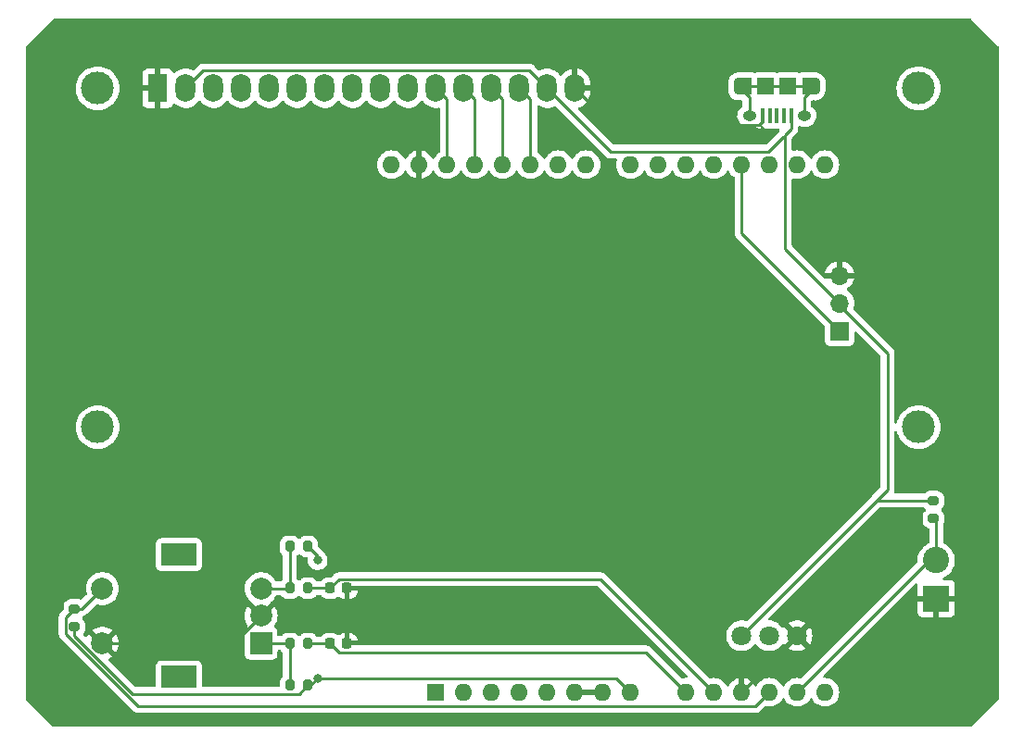
<source format=gbr>
%TF.GenerationSoftware,KiCad,Pcbnew,(7.0.0)*%
%TF.CreationDate,2023-02-28T15:15:22-06:00*%
%TF.ProjectId,Film_Dev_Robot,46696c6d-5f44-4657-965f-526f626f742e,rev?*%
%TF.SameCoordinates,Original*%
%TF.FileFunction,Copper,L1,Top*%
%TF.FilePolarity,Positive*%
%FSLAX46Y46*%
G04 Gerber Fmt 4.6, Leading zero omitted, Abs format (unit mm)*
G04 Created by KiCad (PCBNEW (7.0.0)) date 2023-02-28 15:15:22*
%MOMM*%
%LPD*%
G01*
G04 APERTURE LIST*
G04 Aperture macros list*
%AMRoundRect*
0 Rectangle with rounded corners*
0 $1 Rounding radius*
0 $2 $3 $4 $5 $6 $7 $8 $9 X,Y pos of 4 corners*
0 Add a 4 corners polygon primitive as box body*
4,1,4,$2,$3,$4,$5,$6,$7,$8,$9,$2,$3,0*
0 Add four circle primitives for the rounded corners*
1,1,$1+$1,$2,$3*
1,1,$1+$1,$4,$5*
1,1,$1+$1,$6,$7*
1,1,$1+$1,$8,$9*
0 Add four rect primitives between the rounded corners*
20,1,$1+$1,$2,$3,$4,$5,0*
20,1,$1+$1,$4,$5,$6,$7,0*
20,1,$1+$1,$6,$7,$8,$9,0*
20,1,$1+$1,$8,$9,$2,$3,0*%
G04 Aperture macros list end*
%TA.AperFunction,ComponentPad*%
%ADD10C,3.000000*%
%TD*%
%TA.AperFunction,ComponentPad*%
%ADD11R,1.800000X2.600000*%
%TD*%
%TA.AperFunction,ComponentPad*%
%ADD12O,1.800000X2.600000*%
%TD*%
%TA.AperFunction,SMDPad,CuDef*%
%ADD13RoundRect,0.200000X-0.275000X0.200000X-0.275000X-0.200000X0.275000X-0.200000X0.275000X0.200000X0*%
%TD*%
%TA.AperFunction,SMDPad,CuDef*%
%ADD14RoundRect,0.225000X-0.225000X-0.250000X0.225000X-0.250000X0.225000X0.250000X-0.225000X0.250000X0*%
%TD*%
%TA.AperFunction,ComponentPad*%
%ADD15R,2.400000X2.400000*%
%TD*%
%TA.AperFunction,ComponentPad*%
%ADD16C,2.400000*%
%TD*%
%TA.AperFunction,SMDPad,CuDef*%
%ADD17RoundRect,0.200000X0.200000X0.275000X-0.200000X0.275000X-0.200000X-0.275000X0.200000X-0.275000X0*%
%TD*%
%TA.AperFunction,SMDPad,CuDef*%
%ADD18RoundRect,0.200000X0.275000X-0.200000X0.275000X0.200000X-0.275000X0.200000X-0.275000X-0.200000X0*%
%TD*%
%TA.AperFunction,ComponentPad*%
%ADD19C,1.800000*%
%TD*%
%TA.AperFunction,SMDPad,CuDef*%
%ADD20R,0.400000X1.350000*%
%TD*%
%TA.AperFunction,ComponentPad*%
%ADD21O,0.890000X1.550000*%
%TD*%
%TA.AperFunction,SMDPad,CuDef*%
%ADD22R,1.200000X1.550000*%
%TD*%
%TA.AperFunction,ComponentPad*%
%ADD23O,1.250000X0.950000*%
%TD*%
%TA.AperFunction,SMDPad,CuDef*%
%ADD24R,1.500000X1.550000*%
%TD*%
%TA.AperFunction,ComponentPad*%
%ADD25R,2.000000X2.000000*%
%TD*%
%TA.AperFunction,ComponentPad*%
%ADD26C,2.000000*%
%TD*%
%TA.AperFunction,ComponentPad*%
%ADD27R,3.200000X2.000000*%
%TD*%
%TA.AperFunction,ComponentPad*%
%ADD28R,1.700000X1.700000*%
%TD*%
%TA.AperFunction,ComponentPad*%
%ADD29O,1.700000X1.700000*%
%TD*%
%TA.AperFunction,ComponentPad*%
%ADD30R,1.600000X1.600000*%
%TD*%
%TA.AperFunction,ComponentPad*%
%ADD31O,1.600000X1.600000*%
%TD*%
%TA.AperFunction,ViaPad*%
%ADD32C,0.800000*%
%TD*%
%TA.AperFunction,Conductor*%
%ADD33C,0.250000*%
%TD*%
G04 APERTURE END LIST*
D10*
%TO.P,DS1,*%
%TO.N,*%
X69430900Y-55880000D03*
X69430900Y-86880700D03*
X144429480Y-86880700D03*
X144430000Y-55880000D03*
D11*
%TO.P,DS1,1,VSS*%
%TO.N,REC_C*%
X74929999Y-55879999D03*
D12*
%TO.P,DS1,2,VDD*%
%TO.N,+5V*%
X77469999Y-55879999D03*
%TO.P,DS1,3,VO*%
%TO.N,Net-(DS1-VO)*%
X80009999Y-55879999D03*
%TO.P,DS1,4,RS*%
%TO.N,Reg_Select*%
X82549999Y-55879999D03*
%TO.P,DS1,5,R/W*%
%TO.N,Read{slash}Write*%
X85089999Y-55879999D03*
%TO.P,DS1,6,E*%
%TO.N,LCD_Enable*%
X87629999Y-55879999D03*
%TO.P,DS1,7,D0*%
%TO.N,unconnected-(DS1-D0-Pad7)*%
X90169999Y-55879999D03*
%TO.P,DS1,8,D1*%
%TO.N,unconnected-(DS1-D1-Pad8)*%
X92709999Y-55879999D03*
%TO.P,DS1,9,D2*%
%TO.N,unconnected-(DS1-D2-Pad9)*%
X95249999Y-55879999D03*
%TO.P,DS1,10,D3*%
%TO.N,unconnected-(DS1-D3-Pad10)*%
X97789999Y-55879999D03*
%TO.P,DS1,11,D4*%
%TO.N,Data_1*%
X100329999Y-55879999D03*
%TO.P,DS1,12,D5*%
%TO.N,Data_2*%
X102869999Y-55879999D03*
%TO.P,DS1,13,D6*%
%TO.N,Data_3*%
X105409999Y-55879999D03*
%TO.P,DS1,14,D7*%
%TO.N,Data_4*%
X107949999Y-55879999D03*
%TO.P,DS1,15,LED(+)*%
%TO.N,+5V*%
X110489999Y-55879999D03*
%TO.P,DS1,16,LED(-)*%
%TO.N,REC_C*%
X113029999Y-55879999D03*
%TD*%
D13*
%TO.P,R6,1*%
%TO.N,+5V*%
X145795000Y-93600000D03*
%TO.P,R6,2*%
%TO.N,THI*%
X145795000Y-95250000D03*
%TD*%
D14*
%TO.P,C2,1*%
%TO.N,REC_B*%
X90665000Y-101600000D03*
%TO.P,C2,2*%
%TO.N,REC_C*%
X92215000Y-101600000D03*
%TD*%
D15*
%TO.P,TH1,1*%
%TO.N,REC_C*%
X146049999Y-102559999D03*
D16*
%TO.P,TH1,2*%
%TO.N,THI*%
X146050000Y-99060000D03*
%TD*%
D17*
%TO.P,R3,1*%
%TO.N,+5V*%
X88645000Y-110490000D03*
%TO.P,R3,2*%
%TO.N,Net-(R1-Pad2)*%
X86995000Y-110490000D03*
%TD*%
D14*
%TO.P,C1,2*%
%TO.N,REC_C*%
X92215000Y-106680000D03*
%TO.P,C1,1*%
%TO.N,REC_A*%
X90665000Y-106680000D03*
%TD*%
D18*
%TO.P,R5,1*%
%TO.N,+5V*%
X67310000Y-105155000D03*
%TO.P,R5,2*%
%TO.N,REC_1*%
X67310000Y-103505000D03*
%TD*%
D19*
%TO.P,RV1,1,1*%
%TO.N,REC_C*%
X133335000Y-105970000D03*
%TO.P,RV1,2,2*%
%TO.N,Net-(DS1-VO)*%
X130795000Y-105970000D03*
%TO.P,RV1,3,3*%
%TO.N,+5V*%
X128255000Y-105970000D03*
%TD*%
D20*
%TO.P,J1,1,VBUS*%
%TO.N,+5V*%
X132784999Y-58419999D03*
%TO.P,J1,2,D-*%
%TO.N,unconnected-(J1-D--Pad2)*%
X132134999Y-58419999D03*
%TO.P,J1,3,D+*%
%TO.N,unconnected-(J1-D+-Pad3)*%
X131484999Y-58419999D03*
%TO.P,J1,4,ID*%
%TO.N,unconnected-(J1-ID-Pad4)*%
X130834999Y-58419999D03*
%TO.P,J1,5,GND*%
%TO.N,REC_C*%
X130184999Y-58419999D03*
D21*
%TO.P,J1,6,Shield*%
%TO.N,unconnected-(J1-Shield-Pad6)*%
X134984999Y-55719999D03*
D22*
X134384999Y-55719999D03*
D23*
X133984999Y-58419999D03*
D24*
X132484999Y-55719999D03*
X130484999Y-55719999D03*
D23*
X128984999Y-58419999D03*
D22*
X128584999Y-55719999D03*
D21*
X127984999Y-55719999D03*
%TD*%
D17*
%TO.P,R2,1*%
%TO.N,REC_B*%
X88645000Y-101600000D03*
%TO.P,R2,2*%
%TO.N,Net-(R2-Pad2)*%
X86995000Y-101600000D03*
%TD*%
%TO.P,R4,1*%
%TO.N,+5V*%
X88645000Y-97790000D03*
%TO.P,R4,2*%
%TO.N,Net-(R2-Pad2)*%
X86995000Y-97790000D03*
%TD*%
%TO.P,R1,1*%
%TO.N,REC_A*%
X88645000Y-106680000D03*
%TO.P,R1,2*%
%TO.N,Net-(R1-Pad2)*%
X86995000Y-106680000D03*
%TD*%
D25*
%TO.P,SW1,A,A*%
%TO.N,Net-(R1-Pad2)*%
X84364999Y-106639999D03*
D26*
%TO.P,SW1,B,B*%
%TO.N,Net-(R2-Pad2)*%
X84365000Y-101640000D03*
%TO.P,SW1,C,C*%
%TO.N,REC_C*%
X84365000Y-104140000D03*
D27*
%TO.P,SW1,MP*%
%TO.N,N/C*%
X76864999Y-109739999D03*
X76864999Y-98539999D03*
D26*
%TO.P,SW1,S1,S1*%
%TO.N,REC_1*%
X69865000Y-101640000D03*
%TO.P,SW1,S2,S2*%
%TO.N,REC_C*%
X69865000Y-106640000D03*
%TD*%
D28*
%TO.P,M1,1,PWM*%
%TO.N,Servo*%
X137229999Y-78089999D03*
D29*
%TO.P,M1,2,+*%
%TO.N,+5V*%
X137229999Y-75549999D03*
%TO.P,M1,3,-*%
%TO.N,REC_C*%
X137229999Y-73009999D03*
%TD*%
D30*
%TO.P,A1,1,NC*%
%TO.N,unconnected-(A1-NC-Pad1)*%
X100329999Y-111124999D03*
D31*
%TO.P,A1,2,IOREF*%
%TO.N,unconnected-(A1-IOREF-Pad2)*%
X102869999Y-111124999D03*
%TO.P,A1,3,~{RESET}*%
%TO.N,unconnected-(A1-~{RESET}-Pad3)*%
X105409999Y-111124999D03*
%TO.P,A1,4,3V3*%
%TO.N,unconnected-(A1-3V3-Pad4)*%
X107949999Y-111124999D03*
%TO.P,A1,5,+5V*%
%TO.N,unconnected-(A1-+5V-Pad5)*%
X110489999Y-111124999D03*
%TO.P,A1,6,GND*%
%TO.N,REC_C*%
X113029999Y-111124999D03*
%TO.P,A1,7,GND*%
X115569999Y-111124999D03*
%TO.P,A1,8,VIN*%
%TO.N,+5V*%
X118109999Y-111124999D03*
%TO.P,A1,9,A0*%
%TO.N,REC_A*%
X123189999Y-111124999D03*
%TO.P,A1,10,A1*%
%TO.N,REC_B*%
X125729999Y-111124999D03*
%TO.P,A1,11,A2*%
%TO.N,REC_C*%
X128269999Y-111124999D03*
%TO.P,A1,12,A3*%
%TO.N,REC_1*%
X130809999Y-111124999D03*
%TO.P,A1,13,SDA/A4*%
%TO.N,THI*%
X133349999Y-111124999D03*
%TO.P,A1,14,SCL/A5*%
%TO.N,unconnected-(A1-SCL{slash}A5-Pad14)*%
X135889999Y-111124999D03*
%TO.P,A1,15,D0/RX*%
%TO.N,unconnected-(A1-D0{slash}RX-Pad15)*%
X135889999Y-62864999D03*
%TO.P,A1,16,D1/TX*%
%TO.N,unconnected-(A1-D1{slash}TX-Pad16)*%
X133349999Y-62864999D03*
%TO.P,A1,17,D2*%
%TO.N,unconnected-(A1-D2-Pad17)*%
X130809999Y-62864999D03*
%TO.P,A1,18,D3*%
%TO.N,Servo*%
X128269999Y-62864999D03*
%TO.P,A1,19,D4*%
%TO.N,unconnected-(A1-D4-Pad19)*%
X125729999Y-62864999D03*
%TO.P,A1,20,D5*%
%TO.N,unconnected-(A1-D5-Pad20)*%
X123189999Y-62864999D03*
%TO.P,A1,21,D6*%
%TO.N,unconnected-(A1-D6-Pad21)*%
X120649999Y-62864999D03*
%TO.P,A1,22,D7*%
%TO.N,LCD_Enable*%
X118109999Y-62864999D03*
%TO.P,A1,23,D8*%
%TO.N,Read{slash}Write*%
X114049999Y-62864999D03*
%TO.P,A1,24,D9*%
%TO.N,Reg_Select*%
X111509999Y-62864999D03*
%TO.P,A1,25,D10*%
%TO.N,Data_4*%
X108969999Y-62864999D03*
%TO.P,A1,26,D11*%
%TO.N,Data_3*%
X106429999Y-62864999D03*
%TO.P,A1,27,D12*%
%TO.N,Data_2*%
X103889999Y-62864999D03*
%TO.P,A1,28,D13*%
%TO.N,Data_1*%
X101349999Y-62864999D03*
%TO.P,A1,29,GND*%
%TO.N,REC_C*%
X98809999Y-62864999D03*
%TO.P,A1,30,AREF*%
%TO.N,unconnected-(A1-AREF-Pad30)*%
X96269999Y-62864999D03*
%TD*%
D32*
%TO.N,+5V*%
X89535000Y-109855000D03*
X89535000Y-99060000D03*
%TD*%
D33*
%TO.N,REC_C*%
X129860000Y-59220000D02*
X116370000Y-59220000D01*
X130185000Y-58420000D02*
X130185000Y-58895000D01*
X130185000Y-58895000D02*
X129860000Y-59220000D01*
X116370000Y-59220000D02*
X113030000Y-55880000D01*
X69865000Y-106640000D02*
X81865000Y-106640000D01*
X81865000Y-106640000D02*
X84365000Y-104140000D01*
%TO.N,+5V*%
X137230000Y-75740000D02*
X141605000Y-80115000D01*
%TO.N,REC_C*%
X113030000Y-111125000D02*
X115570000Y-111125000D01*
X128270000Y-111125000D02*
X133335000Y-106060000D01*
X133335000Y-106060000D02*
X133335000Y-105970000D01*
%TO.N,+5V*%
X137230000Y-75550000D02*
X132225000Y-70545000D01*
X88645000Y-110490000D02*
X88900000Y-110490000D01*
X130720000Y-61685000D02*
X132080000Y-60325000D01*
X67310000Y-105958833D02*
X72641167Y-111290000D01*
X77470000Y-55880000D02*
X79095000Y-54255000D01*
X67310000Y-105155000D02*
X67310000Y-105958833D01*
X79095000Y-54255000D02*
X108865000Y-54255000D01*
X132225000Y-60180000D02*
X132785000Y-59620000D01*
X128255000Y-105970000D02*
X140625000Y-93600000D01*
X116840000Y-109855000D02*
X118110000Y-111125000D01*
X88900000Y-110490000D02*
X89535000Y-109855000D01*
X108865000Y-54255000D02*
X110490000Y-55880000D01*
X89535000Y-98680000D02*
X88645000Y-97790000D01*
X72641167Y-111290000D02*
X87845000Y-111290000D01*
X87845000Y-111290000D02*
X88645000Y-110490000D01*
X141605000Y-92620000D02*
X140625000Y-93600000D01*
X132785000Y-59620000D02*
X132785000Y-58420000D01*
X132225000Y-70545000D02*
X132225000Y-60180000D01*
X89535000Y-109855000D02*
X116840000Y-109855000D01*
X89535000Y-99060000D02*
X89535000Y-98680000D01*
X116295000Y-61685000D02*
X130720000Y-61685000D01*
X137230000Y-75550000D02*
X137230000Y-75740000D01*
X141605000Y-80115000D02*
X141605000Y-92620000D01*
X140625000Y-93600000D02*
X145795000Y-93600000D01*
X110490000Y-55880000D02*
X116295000Y-61685000D01*
%TO.N,Data_1*%
X101350000Y-56900000D02*
X100330000Y-55880000D01*
X101350000Y-62865000D02*
X101350000Y-56900000D01*
%TO.N,Data_2*%
X103890000Y-56900000D02*
X102870000Y-55880000D01*
X103890000Y-62865000D02*
X103890000Y-56900000D01*
%TO.N,Data_3*%
X106430000Y-56900000D02*
X105410000Y-55880000D01*
X106430000Y-62865000D02*
X106430000Y-56900000D01*
%TO.N,Data_4*%
X108970000Y-56900000D02*
X107950000Y-55880000D01*
X108970000Y-62865000D02*
X108970000Y-56900000D01*
%TO.N,Servo*%
X128270000Y-62865000D02*
X128270000Y-69130000D01*
X128270000Y-69130000D02*
X137230000Y-78090000D01*
%TO.N,REC_A*%
X91465000Y-107480000D02*
X119545000Y-107480000D01*
X119545000Y-107480000D02*
X123190000Y-111125000D01*
X90665000Y-106680000D02*
X91465000Y-107480000D01*
X88645000Y-106680000D02*
X90665000Y-106680000D01*
%TO.N,REC_B*%
X90665000Y-101600000D02*
X91465000Y-100800000D01*
X88645000Y-101600000D02*
X90665000Y-101600000D01*
X115405000Y-100800000D02*
X125730000Y-111125000D01*
X91465000Y-100800000D02*
X115405000Y-100800000D01*
%TO.N,REC_1*%
X67310000Y-103505000D02*
X66510000Y-104305000D01*
X66510000Y-104305000D02*
X66510000Y-105795229D01*
X73109771Y-112395000D02*
X129540000Y-112395000D01*
X66510000Y-105795229D02*
X73109771Y-112395000D01*
X129540000Y-112395000D02*
X130810000Y-111125000D01*
X67310000Y-103505000D02*
X68000000Y-103505000D01*
X68000000Y-103505000D02*
X69865000Y-101640000D01*
%TO.N,THI*%
X146050000Y-95505000D02*
X145795000Y-95250000D01*
X146050000Y-99060000D02*
X146050000Y-95505000D01*
X133350000Y-111125000D02*
X145415000Y-99060000D01*
X145415000Y-99060000D02*
X146050000Y-99060000D01*
%TO.N,unconnected-(J1-Shield-Pad6)*%
X128985000Y-56720000D02*
X127985000Y-55720000D01*
X132485000Y-55720000D02*
X134385000Y-55720000D01*
X130485000Y-55720000D02*
X132485000Y-55720000D01*
X133985000Y-56720000D02*
X134985000Y-55720000D01*
X133985000Y-58420000D02*
X133985000Y-56720000D01*
X128985000Y-58420000D02*
X128985000Y-56720000D01*
X127985000Y-55720000D02*
X130485000Y-55720000D01*
%TO.N,Net-(R1-Pad2)*%
X86955000Y-106640000D02*
X84365000Y-106640000D01*
X86995000Y-106680000D02*
X86955000Y-106640000D01*
X86995000Y-106680000D02*
X86995000Y-110490000D01*
%TO.N,Net-(R2-Pad2)*%
X86995000Y-101600000D02*
X86955000Y-101640000D01*
X86995000Y-101600000D02*
X86995000Y-97790000D01*
X86955000Y-101640000D02*
X84365000Y-101640000D01*
%TD*%
%TA.AperFunction,Conductor*%
%TO.N,REC_C*%
G36*
X115758000Y-110891613D02*
G01*
X115803387Y-110937000D01*
X115820000Y-110999000D01*
X115820000Y-111251000D01*
X115803387Y-111313000D01*
X115758000Y-111358387D01*
X115696000Y-111375000D01*
X112904000Y-111375000D01*
X112842000Y-111358387D01*
X112796613Y-111313000D01*
X112780000Y-111251000D01*
X112780000Y-110999000D01*
X112796613Y-110937000D01*
X112842000Y-110891613D01*
X112904000Y-110875000D01*
X115696000Y-110875000D01*
X115758000Y-110891613D01*
G37*
%TD.AperFunction*%
%TA.AperFunction,Conductor*%
G36*
X149220883Y-49539939D02*
G01*
X149261111Y-49566819D01*
X151728181Y-52033888D01*
X151755061Y-52074116D01*
X151764500Y-52121569D01*
X151764500Y-111708431D01*
X151755061Y-111755884D01*
X151728181Y-111796112D01*
X149261111Y-114263181D01*
X149220883Y-114290061D01*
X149173430Y-114299500D01*
X65456569Y-114299500D01*
X65409116Y-114290061D01*
X65368888Y-114263181D01*
X62901819Y-111796111D01*
X62874939Y-111755883D01*
X62865500Y-111708430D01*
X62865500Y-104285196D01*
X65879840Y-104285196D01*
X65880574Y-104292961D01*
X65880574Y-104292964D01*
X65883950Y-104328676D01*
X65884500Y-104340345D01*
X65884500Y-105717454D01*
X65883978Y-105728509D01*
X65882327Y-105735896D01*
X65882571Y-105743682D01*
X65882571Y-105743690D01*
X65884439Y-105803102D01*
X65884500Y-105806997D01*
X65884500Y-105834579D01*
X65884988Y-105838448D01*
X65884989Y-105838454D01*
X65885004Y-105838572D01*
X65885918Y-105850195D01*
X65887045Y-105886059D01*
X65887046Y-105886066D01*
X65887291Y-105893856D01*
X65889467Y-105901348D01*
X65889468Y-105901350D01*
X65892879Y-105913091D01*
X65896825Y-105932144D01*
X65899336Y-105952021D01*
X65902206Y-105959271D01*
X65902208Y-105959277D01*
X65915414Y-105992633D01*
X65919197Y-106003680D01*
X65931382Y-106045619D01*
X65935353Y-106052334D01*
X65935354Y-106052336D01*
X65941581Y-106062866D01*
X65950136Y-106080328D01*
X65954642Y-106091709D01*
X65954643Y-106091712D01*
X65957514Y-106098961D01*
X65969433Y-106115366D01*
X65983181Y-106134289D01*
X65989593Y-106144051D01*
X66007856Y-106174931D01*
X66007859Y-106174936D01*
X66011830Y-106181649D01*
X66017345Y-106187164D01*
X66025990Y-106195809D01*
X66038626Y-106210603D01*
X66045819Y-106220504D01*
X66045823Y-106220508D01*
X66050406Y-106226816D01*
X66056415Y-106231787D01*
X66056416Y-106231788D01*
X66084058Y-106254655D01*
X66092699Y-106262518D01*
X72612478Y-112782297D01*
X72619927Y-112790483D01*
X72623985Y-112796877D01*
X72629670Y-112802215D01*
X72629672Y-112802218D01*
X72673010Y-112842915D01*
X72675806Y-112845625D01*
X72695301Y-112865120D01*
X72698386Y-112867513D01*
X72698472Y-112867580D01*
X72707344Y-112875158D01*
X72720651Y-112887654D01*
X72739189Y-112905062D01*
X72746019Y-112908817D01*
X72746022Y-112908819D01*
X72756742Y-112914712D01*
X72772993Y-112925386D01*
X72788835Y-112937674D01*
X72795992Y-112940771D01*
X72795994Y-112940772D01*
X72828926Y-112955022D01*
X72839421Y-112960164D01*
X72877679Y-112981197D01*
X72897083Y-112986179D01*
X72915485Y-112992480D01*
X72926712Y-112997338D01*
X72933876Y-113000438D01*
X72971468Y-113006391D01*
X72977010Y-113007269D01*
X72988453Y-113009639D01*
X73023196Y-113018560D01*
X73023197Y-113018560D01*
X73030752Y-113020500D01*
X73050788Y-113020500D01*
X73070173Y-113022025D01*
X73089967Y-113025160D01*
X73128047Y-113021560D01*
X73133447Y-113021050D01*
X73145116Y-113020500D01*
X129462225Y-113020500D01*
X129473280Y-113021021D01*
X129480667Y-113022673D01*
X129547872Y-113020561D01*
X129551768Y-113020500D01*
X129575448Y-113020500D01*
X129579350Y-113020500D01*
X129583313Y-113019999D01*
X129594963Y-113019080D01*
X129638627Y-113017709D01*
X129657861Y-113012119D01*
X129676917Y-113008174D01*
X129696792Y-113005664D01*
X129737395Y-112989587D01*
X129748450Y-112985802D01*
X129790390Y-112973618D01*
X129807629Y-112963422D01*
X129825103Y-112954862D01*
X129836474Y-112950360D01*
X129836476Y-112950358D01*
X129843732Y-112947486D01*
X129879069Y-112921811D01*
X129888824Y-112915403D01*
X129926420Y-112893170D01*
X129940584Y-112879005D01*
X129955379Y-112866368D01*
X129971587Y-112854594D01*
X129999428Y-112820938D01*
X130007279Y-112812309D01*
X130395179Y-112424410D01*
X130450765Y-112392318D01*
X130514951Y-112392318D01*
X130548255Y-112401242D01*
X130578078Y-112409234D01*
X130578082Y-112409234D01*
X130583308Y-112410635D01*
X130810000Y-112430468D01*
X131036692Y-112410635D01*
X131256496Y-112351739D01*
X131462734Y-112255568D01*
X131649139Y-112125047D01*
X131810047Y-111964139D01*
X131940568Y-111777734D01*
X131967618Y-111719724D01*
X132013375Y-111667549D01*
X132080000Y-111648130D01*
X132146625Y-111667549D01*
X132192381Y-111719724D01*
X132219432Y-111777734D01*
X132222539Y-111782171D01*
X132222540Y-111782173D01*
X132232300Y-111796112D01*
X132349953Y-111964139D01*
X132510861Y-112125047D01*
X132697266Y-112255568D01*
X132903504Y-112351739D01*
X132908734Y-112353140D01*
X132908736Y-112353141D01*
X133054951Y-112392319D01*
X133123308Y-112410635D01*
X133350000Y-112430468D01*
X133576692Y-112410635D01*
X133796496Y-112351739D01*
X134002734Y-112255568D01*
X134189139Y-112125047D01*
X134350047Y-111964139D01*
X134480568Y-111777734D01*
X134507618Y-111719724D01*
X134553375Y-111667549D01*
X134620000Y-111648130D01*
X134686625Y-111667549D01*
X134732381Y-111719724D01*
X134759432Y-111777734D01*
X134762539Y-111782171D01*
X134762540Y-111782173D01*
X134772300Y-111796112D01*
X134889953Y-111964139D01*
X135050861Y-112125047D01*
X135237266Y-112255568D01*
X135443504Y-112351739D01*
X135448734Y-112353140D01*
X135448736Y-112353141D01*
X135594951Y-112392319D01*
X135663308Y-112410635D01*
X135890000Y-112430468D01*
X136116692Y-112410635D01*
X136336496Y-112351739D01*
X136542734Y-112255568D01*
X136729139Y-112125047D01*
X136890047Y-111964139D01*
X137020568Y-111777734D01*
X137116739Y-111571496D01*
X137175635Y-111351692D01*
X137195468Y-111125000D01*
X137175635Y-110898308D01*
X137116739Y-110678504D01*
X137020568Y-110472266D01*
X136890047Y-110285861D01*
X136729139Y-110124953D01*
X136542734Y-109994432D01*
X136394683Y-109925394D01*
X136341405Y-109900550D01*
X136341403Y-109900549D01*
X136336496Y-109898261D01*
X136331271Y-109896861D01*
X136331263Y-109896858D01*
X136121916Y-109840764D01*
X136121907Y-109840762D01*
X136116692Y-109839365D01*
X136111304Y-109838893D01*
X136111301Y-109838893D01*
X135895395Y-109820004D01*
X135890000Y-109819532D01*
X135884605Y-109820004D01*
X135884602Y-109820004D01*
X135845893Y-109823390D01*
X135786636Y-109814004D01*
X135738721Y-109777897D01*
X135713366Y-109723522D01*
X135716506Y-109663608D01*
X135747405Y-109612183D01*
X141555070Y-103804518D01*
X144350000Y-103804518D01*
X144350353Y-103811114D01*
X144355573Y-103859667D01*
X144359111Y-103874641D01*
X144403547Y-103993777D01*
X144411962Y-104009189D01*
X144487498Y-104110092D01*
X144499907Y-104122501D01*
X144600810Y-104198037D01*
X144616222Y-104206452D01*
X144735358Y-104250888D01*
X144750332Y-104254426D01*
X144798885Y-104259646D01*
X144805482Y-104260000D01*
X145783674Y-104260000D01*
X145796549Y-104256549D01*
X145800000Y-104243674D01*
X146300000Y-104243674D01*
X146303450Y-104256549D01*
X146316326Y-104260000D01*
X147294518Y-104260000D01*
X147301114Y-104259646D01*
X147349667Y-104254426D01*
X147364641Y-104250888D01*
X147483777Y-104206452D01*
X147499189Y-104198037D01*
X147600092Y-104122501D01*
X147612501Y-104110092D01*
X147688037Y-104009189D01*
X147696452Y-103993777D01*
X147740888Y-103874641D01*
X147744426Y-103859667D01*
X147749646Y-103811114D01*
X147750000Y-103804518D01*
X147750000Y-102826326D01*
X147746549Y-102813450D01*
X147733674Y-102810000D01*
X146316326Y-102810000D01*
X146303450Y-102813450D01*
X146300000Y-102826326D01*
X146300000Y-104243674D01*
X145800000Y-104243674D01*
X145800000Y-102826326D01*
X145796549Y-102813450D01*
X145783674Y-102810000D01*
X144366326Y-102810000D01*
X144353450Y-102813450D01*
X144350000Y-102826326D01*
X144350000Y-103804518D01*
X141555070Y-103804518D01*
X144138503Y-101221085D01*
X144189126Y-101190434D01*
X144248192Y-101186737D01*
X144302245Y-101210837D01*
X144338971Y-101257244D01*
X144349395Y-101312172D01*
X144350000Y-101312172D01*
X144350000Y-101315362D01*
X144350005Y-101315388D01*
X144350000Y-101315482D01*
X144350000Y-102293674D01*
X144353450Y-102306549D01*
X144366326Y-102310000D01*
X147733674Y-102310000D01*
X147746549Y-102306549D01*
X147750000Y-102293674D01*
X147750000Y-101315482D01*
X147749646Y-101308885D01*
X147744426Y-101260332D01*
X147740888Y-101245358D01*
X147696452Y-101126222D01*
X147688037Y-101110810D01*
X147612501Y-101009907D01*
X147600092Y-100997498D01*
X147499189Y-100921962D01*
X147483777Y-100913547D01*
X147364641Y-100869111D01*
X147349667Y-100865573D01*
X147301114Y-100860353D01*
X147294518Y-100860000D01*
X146774792Y-100860000D01*
X146711192Y-100842448D01*
X146665598Y-100794760D01*
X146650917Y-100730437D01*
X146671305Y-100667689D01*
X146720990Y-100624280D01*
X146902634Y-100536805D01*
X147113217Y-100393232D01*
X147300050Y-100219877D01*
X147458959Y-100020612D01*
X147586393Y-99799888D01*
X147679508Y-99562637D01*
X147736222Y-99314157D01*
X147755268Y-99060000D01*
X147736222Y-98805843D01*
X147679508Y-98557363D01*
X147586393Y-98320112D01*
X147458959Y-98099388D01*
X147300050Y-97900123D01*
X147113217Y-97726768D01*
X146902634Y-97583195D01*
X146898450Y-97581180D01*
X146898443Y-97581176D01*
X146745699Y-97507619D01*
X146694506Y-97461871D01*
X146675500Y-97395899D01*
X146675500Y-95836997D01*
X146693383Y-95772847D01*
X146713478Y-95739606D01*
X146764086Y-95577196D01*
X146770500Y-95506616D01*
X146770500Y-94993384D01*
X146764086Y-94922804D01*
X146713478Y-94760394D01*
X146625472Y-94614815D01*
X146523338Y-94512681D01*
X146491244Y-94457094D01*
X146491244Y-94392906D01*
X146523338Y-94337319D01*
X146523337Y-94337319D01*
X146625472Y-94235185D01*
X146713478Y-94089606D01*
X146764086Y-93927196D01*
X146770500Y-93856616D01*
X146770500Y-93343384D01*
X146764086Y-93272804D01*
X146713478Y-93110394D01*
X146625472Y-92964815D01*
X146505185Y-92844528D01*
X146448980Y-92810551D01*
X146366021Y-92760400D01*
X146366020Y-92760399D01*
X146359606Y-92756522D01*
X146310843Y-92741327D01*
X146203457Y-92707864D01*
X146203448Y-92707862D01*
X146197196Y-92705914D01*
X146190662Y-92705320D01*
X146190661Y-92705320D01*
X146129425Y-92699755D01*
X146129419Y-92699754D01*
X146126616Y-92699500D01*
X145463384Y-92699500D01*
X145460581Y-92699754D01*
X145460574Y-92699755D01*
X145399338Y-92705320D01*
X145399335Y-92705320D01*
X145392804Y-92705914D01*
X145386553Y-92707861D01*
X145386542Y-92707864D01*
X145237550Y-92754292D01*
X145230394Y-92756522D01*
X145223982Y-92760398D01*
X145223978Y-92760400D01*
X145091232Y-92840648D01*
X145091227Y-92840651D01*
X145084815Y-92844528D01*
X145079515Y-92849827D01*
X145079511Y-92849831D01*
X144991162Y-92938181D01*
X144950934Y-92965061D01*
X144903481Y-92974500D01*
X142321920Y-92974500D01*
X142263037Y-92959627D01*
X142218279Y-92918577D01*
X142198382Y-92861196D01*
X142206543Y-92810952D01*
X142205161Y-92810551D01*
X142207337Y-92803059D01*
X142210437Y-92795896D01*
X142217271Y-92752744D01*
X142219633Y-92741338D01*
X142230500Y-92699019D01*
X142230500Y-92678983D01*
X142232027Y-92659585D01*
X142233939Y-92647513D01*
X142233938Y-92647513D01*
X142235160Y-92639804D01*
X142231050Y-92596324D01*
X142230500Y-92584655D01*
X142230500Y-87336747D01*
X142244968Y-87278619D01*
X142284997Y-87234056D01*
X142341245Y-87213457D01*
X142400586Y-87221629D01*
X142449173Y-87256665D01*
X142475665Y-87310388D01*
X142505111Y-87445746D01*
X142605113Y-87713861D01*
X142607233Y-87717743D01*
X142607236Y-87717750D01*
X142740127Y-87961120D01*
X142742254Y-87965015D01*
X142913741Y-88194095D01*
X143116085Y-88396439D01*
X143345165Y-88567926D01*
X143596319Y-88705067D01*
X143864434Y-88805069D01*
X144144052Y-88865896D01*
X144429480Y-88886310D01*
X144714908Y-88865896D01*
X144994526Y-88805069D01*
X145262641Y-88705067D01*
X145513795Y-88567926D01*
X145742875Y-88396439D01*
X145945219Y-88194095D01*
X146116706Y-87965015D01*
X146253847Y-87713861D01*
X146353849Y-87445746D01*
X146414676Y-87166128D01*
X146435090Y-86880700D01*
X146414676Y-86595272D01*
X146353849Y-86315654D01*
X146253847Y-86047539D01*
X146116706Y-85796385D01*
X145945219Y-85567305D01*
X145742875Y-85364961D01*
X145513795Y-85193474D01*
X145509900Y-85191347D01*
X145266530Y-85058456D01*
X145266523Y-85058453D01*
X145262641Y-85056333D01*
X145258497Y-85054787D01*
X145258492Y-85054785D01*
X144998669Y-84957876D01*
X144998665Y-84957875D01*
X144994526Y-84956331D01*
X144964555Y-84949811D01*
X144719241Y-84896446D01*
X144719233Y-84896444D01*
X144714908Y-84895504D01*
X144710494Y-84895188D01*
X144710485Y-84895187D01*
X144433898Y-84875406D01*
X144429480Y-84875090D01*
X144425062Y-84875406D01*
X144148474Y-84895187D01*
X144148463Y-84895188D01*
X144144052Y-84895504D01*
X144139728Y-84896444D01*
X144139718Y-84896446D01*
X143868759Y-84955390D01*
X143868756Y-84955390D01*
X143864434Y-84956331D01*
X143860298Y-84957873D01*
X143860290Y-84957876D01*
X143600467Y-85054785D01*
X143600456Y-85054789D01*
X143596319Y-85056333D01*
X143592441Y-85058450D01*
X143592429Y-85058456D01*
X143349059Y-85191347D01*
X143349051Y-85191351D01*
X143345165Y-85193474D01*
X143341615Y-85196131D01*
X143341611Y-85196134D01*
X143119636Y-85362302D01*
X143119629Y-85362307D01*
X143116085Y-85364961D01*
X143112954Y-85368091D01*
X143112947Y-85368098D01*
X142916878Y-85564167D01*
X142916871Y-85564174D01*
X142913741Y-85567305D01*
X142911087Y-85570849D01*
X142911082Y-85570856D01*
X142744914Y-85792831D01*
X142742254Y-85796385D01*
X142740131Y-85800271D01*
X142740127Y-85800279D01*
X142607236Y-86043649D01*
X142607230Y-86043661D01*
X142605113Y-86047539D01*
X142603569Y-86051676D01*
X142603565Y-86051687D01*
X142506656Y-86311510D01*
X142506653Y-86311518D01*
X142505111Y-86315654D01*
X142504170Y-86319976D01*
X142504170Y-86319979D01*
X142475666Y-86451011D01*
X142449173Y-86504735D01*
X142400586Y-86539771D01*
X142341245Y-86547943D01*
X142284997Y-86527344D01*
X142244968Y-86482781D01*
X142230500Y-86424653D01*
X142230500Y-80192771D01*
X142231020Y-80181718D01*
X142232672Y-80174332D01*
X142230561Y-80107144D01*
X142230500Y-80103250D01*
X142230500Y-80079545D01*
X142230500Y-80075650D01*
X142229998Y-80071681D01*
X142229080Y-80060024D01*
X142227709Y-80016373D01*
X142222119Y-79997135D01*
X142218175Y-79978091D01*
X142215664Y-79958208D01*
X142199582Y-79917591D01*
X142195798Y-79906539D01*
X142185793Y-79872101D01*
X142183617Y-79864610D01*
X142179645Y-79857894D01*
X142179643Y-79857889D01*
X142173422Y-79847370D01*
X142164860Y-79829892D01*
X142160360Y-79818527D01*
X142160359Y-79818526D01*
X142157486Y-79811268D01*
X142131812Y-79775931D01*
X142125409Y-79766184D01*
X142103170Y-79728579D01*
X142089005Y-79714414D01*
X142076368Y-79699618D01*
X142069184Y-79689729D01*
X142069178Y-79689723D01*
X142064594Y-79683413D01*
X142030946Y-79655577D01*
X142022305Y-79647714D01*
X138528519Y-76153928D01*
X138500891Y-76111852D01*
X138492264Y-76062261D01*
X138501424Y-76024259D01*
X138499763Y-76023655D01*
X138501609Y-76018581D01*
X138503903Y-76013663D01*
X138565063Y-75785408D01*
X138585659Y-75550000D01*
X138565063Y-75314592D01*
X138503903Y-75086337D01*
X138404035Y-74872171D01*
X138268495Y-74678599D01*
X138101401Y-74511505D01*
X138096970Y-74508402D01*
X138096966Y-74508399D01*
X137915405Y-74381269D01*
X137876540Y-74336951D01*
X137862529Y-74279694D01*
X137876540Y-74222437D01*
X137915406Y-74178119D01*
X138096638Y-74051219D01*
X138104909Y-74044278D01*
X138264278Y-73884909D01*
X138271215Y-73876643D01*
X138400498Y-73692008D01*
X138405886Y-73682676D01*
X138501143Y-73478397D01*
X138504831Y-73468263D01*
X138556943Y-73273780D01*
X138557311Y-73262551D01*
X138546369Y-73260000D01*
X135913626Y-73260000D01*
X135908530Y-73261188D01*
X135846326Y-73259659D01*
X135792697Y-73228107D01*
X135322038Y-72757448D01*
X135902688Y-72757448D01*
X135913631Y-72760000D01*
X136963674Y-72760000D01*
X136976549Y-72756549D01*
X136980000Y-72743674D01*
X137480000Y-72743674D01*
X137483450Y-72756549D01*
X137496326Y-72760000D01*
X138546369Y-72760000D01*
X138557311Y-72757448D01*
X138556943Y-72746219D01*
X138504831Y-72551736D01*
X138501143Y-72541602D01*
X138405889Y-72337332D01*
X138400491Y-72327982D01*
X138271215Y-72143357D01*
X138264280Y-72135092D01*
X138104909Y-71975721D01*
X138096643Y-71968784D01*
X137912008Y-71839501D01*
X137902676Y-71834113D01*
X137698397Y-71738856D01*
X137688263Y-71735168D01*
X137493780Y-71683056D01*
X137482551Y-71682688D01*
X137480000Y-71693631D01*
X137480000Y-72743674D01*
X136980000Y-72743674D01*
X136980000Y-71693631D01*
X136977448Y-71682688D01*
X136966219Y-71683056D01*
X136771736Y-71735168D01*
X136761602Y-71738856D01*
X136557332Y-71834110D01*
X136547982Y-71839508D01*
X136363357Y-71968784D01*
X136355092Y-71975719D01*
X136195719Y-72135092D01*
X136188784Y-72143357D01*
X136059508Y-72327982D01*
X136054110Y-72337332D01*
X135958856Y-72541602D01*
X135955168Y-72551736D01*
X135903056Y-72746219D01*
X135902688Y-72757448D01*
X135322038Y-72757448D01*
X134707947Y-72143357D01*
X132886819Y-70322228D01*
X132859939Y-70282000D01*
X132850500Y-70234547D01*
X132850500Y-64239136D01*
X132863288Y-64184292D01*
X132899014Y-64140760D01*
X132950309Y-64117519D01*
X133006590Y-64119360D01*
X133123308Y-64150635D01*
X133350000Y-64170468D01*
X133576692Y-64150635D01*
X133796496Y-64091739D01*
X134002734Y-63995568D01*
X134189139Y-63865047D01*
X134350047Y-63704139D01*
X134480568Y-63517734D01*
X134507618Y-63459724D01*
X134553375Y-63407549D01*
X134620000Y-63388130D01*
X134686625Y-63407549D01*
X134732381Y-63459724D01*
X134759432Y-63517734D01*
X134889953Y-63704139D01*
X135050861Y-63865047D01*
X135237266Y-63995568D01*
X135443504Y-64091739D01*
X135448734Y-64093140D01*
X135448736Y-64093141D01*
X135624285Y-64140179D01*
X135663308Y-64150635D01*
X135890000Y-64170468D01*
X136116692Y-64150635D01*
X136336496Y-64091739D01*
X136542734Y-63995568D01*
X136729139Y-63865047D01*
X136890047Y-63704139D01*
X137020568Y-63517734D01*
X137116739Y-63311496D01*
X137175635Y-63091692D01*
X137195468Y-62865000D01*
X137175635Y-62638308D01*
X137116739Y-62418504D01*
X137020568Y-62212266D01*
X136890047Y-62025861D01*
X136729139Y-61864953D01*
X136542734Y-61734432D01*
X136336496Y-61638261D01*
X136331271Y-61636861D01*
X136331263Y-61636858D01*
X136121916Y-61580764D01*
X136121907Y-61580762D01*
X136116692Y-61579365D01*
X136111304Y-61578893D01*
X136111301Y-61578893D01*
X135895395Y-61560004D01*
X135890000Y-61559532D01*
X135884605Y-61560004D01*
X135668698Y-61578893D01*
X135668693Y-61578893D01*
X135663308Y-61579365D01*
X135658094Y-61580762D01*
X135658083Y-61580764D01*
X135448736Y-61636858D01*
X135448724Y-61636862D01*
X135443504Y-61638261D01*
X135438599Y-61640547D01*
X135438594Y-61640550D01*
X135242176Y-61732142D01*
X135242172Y-61732144D01*
X135237266Y-61734432D01*
X135232833Y-61737535D01*
X135232826Y-61737540D01*
X135055296Y-61861847D01*
X135055291Y-61861850D01*
X135050861Y-61864953D01*
X135047037Y-61868776D01*
X135047031Y-61868782D01*
X134893782Y-62022031D01*
X134893776Y-62022037D01*
X134889953Y-62025861D01*
X134886850Y-62030291D01*
X134886847Y-62030296D01*
X134762540Y-62207826D01*
X134762535Y-62207833D01*
X134759432Y-62212266D01*
X134757148Y-62217163D01*
X134757141Y-62217176D01*
X134732382Y-62270274D01*
X134686625Y-62322450D01*
X134620000Y-62341869D01*
X134553375Y-62322450D01*
X134507618Y-62270274D01*
X134482858Y-62217176D01*
X134482855Y-62217172D01*
X134480568Y-62212266D01*
X134350047Y-62025861D01*
X134189139Y-61864953D01*
X134002734Y-61734432D01*
X133796496Y-61638261D01*
X133791271Y-61636861D01*
X133791263Y-61636858D01*
X133581916Y-61580764D01*
X133581907Y-61580762D01*
X133576692Y-61579365D01*
X133571304Y-61578893D01*
X133571301Y-61578893D01*
X133355395Y-61560004D01*
X133350000Y-61559532D01*
X133344605Y-61560004D01*
X133128698Y-61578893D01*
X133128693Y-61578893D01*
X133123308Y-61579365D01*
X133118088Y-61580763D01*
X133118086Y-61580764D01*
X133092215Y-61587696D01*
X133006590Y-61610639D01*
X132950309Y-61612481D01*
X132899014Y-61589240D01*
X132863288Y-61545708D01*
X132850500Y-61490864D01*
X132850500Y-60490452D01*
X132859939Y-60442999D01*
X132886816Y-60402773D01*
X133172316Y-60117272D01*
X133180481Y-60109843D01*
X133186877Y-60105786D01*
X133232933Y-60056740D01*
X133235550Y-60054038D01*
X133255120Y-60034470D01*
X133257565Y-60031316D01*
X133265155Y-60022428D01*
X133295062Y-59990582D01*
X133304709Y-59973032D01*
X133315393Y-59956766D01*
X133327674Y-59940936D01*
X133345018Y-59900851D01*
X133350160Y-59890356D01*
X133371197Y-59852092D01*
X133376179Y-59832689D01*
X133382480Y-59814283D01*
X133390438Y-59795895D01*
X133397269Y-59752756D01*
X133399639Y-59741315D01*
X133408560Y-59706574D01*
X133408559Y-59706574D01*
X133410500Y-59699019D01*
X133410500Y-59678983D01*
X133412025Y-59659597D01*
X133415160Y-59639804D01*
X133411050Y-59596324D01*
X133410500Y-59584655D01*
X133410500Y-59480723D01*
X133422489Y-59427529D01*
X133456139Y-59384621D01*
X133504942Y-59360297D01*
X133559459Y-59359261D01*
X133735801Y-59395500D01*
X134181331Y-59395500D01*
X134184473Y-59395500D01*
X134332379Y-59380459D01*
X134521678Y-59321067D01*
X134695146Y-59224784D01*
X134845682Y-59095553D01*
X134967122Y-58938666D01*
X135054495Y-58760544D01*
X135104224Y-58568480D01*
X135114272Y-58370337D01*
X135084230Y-58174227D01*
X135015325Y-57988180D01*
X134910380Y-57819811D01*
X134802113Y-57705914D01*
X134778022Y-57680570D01*
X134778020Y-57680569D01*
X134773691Y-57676014D01*
X134768534Y-57672424D01*
X134768531Y-57672422D01*
X134663663Y-57599432D01*
X134624591Y-57555068D01*
X134610500Y-57497657D01*
X134610500Y-57119499D01*
X134627113Y-57057499D01*
X134672500Y-57012112D01*
X134734500Y-56995499D01*
X134957877Y-56995499D01*
X134964157Y-56995658D01*
X135033136Y-56999156D01*
X135223214Y-56970037D01*
X135403540Y-56903252D01*
X135566731Y-56801534D01*
X135706106Y-56669049D01*
X135815958Y-56511219D01*
X135891791Y-56334508D01*
X135930500Y-56146148D01*
X135930500Y-55880000D01*
X142424390Y-55880000D01*
X142424706Y-55884418D01*
X142444487Y-56161005D01*
X142444488Y-56161014D01*
X142444804Y-56165428D01*
X142445744Y-56169753D01*
X142445746Y-56169761D01*
X142480246Y-56328353D01*
X142505631Y-56445046D01*
X142507175Y-56449185D01*
X142507176Y-56449189D01*
X142590794Y-56673378D01*
X142605633Y-56713161D01*
X142607753Y-56717043D01*
X142607756Y-56717050D01*
X142731833Y-56944279D01*
X142742774Y-56964315D01*
X142914261Y-57193395D01*
X143116605Y-57395739D01*
X143345685Y-57567226D01*
X143465875Y-57632855D01*
X143560085Y-57684298D01*
X143596839Y-57704367D01*
X143864954Y-57804369D01*
X144144572Y-57865196D01*
X144430000Y-57885610D01*
X144715428Y-57865196D01*
X144995046Y-57804369D01*
X145263161Y-57704367D01*
X145514315Y-57567226D01*
X145743395Y-57395739D01*
X145945739Y-57193395D01*
X146117226Y-56964315D01*
X146254367Y-56713161D01*
X146354369Y-56445046D01*
X146415196Y-56165428D01*
X146435610Y-55880000D01*
X146415196Y-55594572D01*
X146354369Y-55314954D01*
X146254367Y-55046839D01*
X146117226Y-54795685D01*
X145945739Y-54566605D01*
X145743395Y-54364261D01*
X145514315Y-54192774D01*
X145510420Y-54190647D01*
X145267050Y-54057756D01*
X145267043Y-54057753D01*
X145263161Y-54055633D01*
X145259017Y-54054087D01*
X145259012Y-54054085D01*
X144999189Y-53957176D01*
X144999185Y-53957175D01*
X144995046Y-53955631D01*
X144965075Y-53949111D01*
X144719761Y-53895746D01*
X144719753Y-53895744D01*
X144715428Y-53894804D01*
X144711014Y-53894488D01*
X144711005Y-53894487D01*
X144434418Y-53874706D01*
X144430000Y-53874390D01*
X144425582Y-53874706D01*
X144148994Y-53894487D01*
X144148983Y-53894488D01*
X144144572Y-53894804D01*
X144140248Y-53895744D01*
X144140238Y-53895746D01*
X143869279Y-53954690D01*
X143869276Y-53954690D01*
X143864954Y-53955631D01*
X143860818Y-53957173D01*
X143860810Y-53957176D01*
X143600987Y-54054085D01*
X143600976Y-54054089D01*
X143596839Y-54055633D01*
X143592961Y-54057750D01*
X143592949Y-54057756D01*
X143349579Y-54190647D01*
X143349571Y-54190651D01*
X143345685Y-54192774D01*
X143342135Y-54195431D01*
X143342131Y-54195434D01*
X143120156Y-54361602D01*
X143120149Y-54361607D01*
X143116605Y-54364261D01*
X143113474Y-54367391D01*
X143113467Y-54367398D01*
X142917398Y-54563467D01*
X142917391Y-54563474D01*
X142914261Y-54566605D01*
X142911607Y-54570149D01*
X142911602Y-54570156D01*
X142746737Y-54790391D01*
X142742774Y-54795685D01*
X142740651Y-54799571D01*
X142740647Y-54799579D01*
X142607756Y-55042949D01*
X142607750Y-55042961D01*
X142605633Y-55046839D01*
X142604089Y-55050976D01*
X142604085Y-55050987D01*
X142507176Y-55310810D01*
X142507173Y-55310818D01*
X142505631Y-55314954D01*
X142504690Y-55319276D01*
X142504690Y-55319279D01*
X142445746Y-55590238D01*
X142445744Y-55590248D01*
X142444804Y-55594572D01*
X142444488Y-55598983D01*
X142444487Y-55598994D01*
X142442270Y-55630000D01*
X142424390Y-55880000D01*
X135930500Y-55880000D01*
X135930500Y-55342050D01*
X135915922Y-55198691D01*
X135858355Y-55015214D01*
X135765034Y-54847080D01*
X135639778Y-54701174D01*
X135554471Y-54635142D01*
X135492693Y-54587322D01*
X135492691Y-54587321D01*
X135487715Y-54583469D01*
X135482069Y-54580699D01*
X135482065Y-54580697D01*
X135320715Y-54501551D01*
X135320710Y-54501549D01*
X135315071Y-54498783D01*
X135308986Y-54497207D01*
X135308985Y-54497207D01*
X135134994Y-54452157D01*
X135134989Y-54452156D01*
X135128913Y-54450583D01*
X135122643Y-54450265D01*
X135122637Y-54450264D01*
X135057718Y-54446972D01*
X135050747Y-54446421D01*
X135036165Y-54444853D01*
X135036148Y-54444852D01*
X135032873Y-54444500D01*
X135029563Y-54444500D01*
X135012104Y-54444500D01*
X135005824Y-54444341D01*
X134943145Y-54441162D01*
X134943139Y-54441162D01*
X134936864Y-54440844D01*
X134930653Y-54441795D01*
X134930642Y-54441796D01*
X134922331Y-54443070D01*
X134903556Y-54444500D01*
X133740439Y-54444500D01*
X133740420Y-54444500D01*
X133737128Y-54444501D01*
X133733850Y-54444853D01*
X133733838Y-54444854D01*
X133685231Y-54450079D01*
X133685225Y-54450080D01*
X133677517Y-54450909D01*
X133670250Y-54453619D01*
X133670243Y-54453621D01*
X133553331Y-54497226D01*
X133509999Y-54505044D01*
X133466666Y-54497226D01*
X133349752Y-54453620D01*
X133349750Y-54453619D01*
X133342483Y-54450909D01*
X133334770Y-54450079D01*
X133334767Y-54450079D01*
X133286180Y-54444855D01*
X133286169Y-54444854D01*
X133282873Y-54444500D01*
X133279550Y-54444500D01*
X131690439Y-54444500D01*
X131690420Y-54444500D01*
X131687128Y-54444501D01*
X131683850Y-54444853D01*
X131683838Y-54444854D01*
X131635231Y-54450079D01*
X131635225Y-54450080D01*
X131627517Y-54450909D01*
X131620250Y-54453619D01*
X131620243Y-54453621D01*
X131528331Y-54487902D01*
X131484999Y-54495720D01*
X131441666Y-54487902D01*
X131349752Y-54453620D01*
X131349750Y-54453619D01*
X131342483Y-54450909D01*
X131334770Y-54450079D01*
X131334767Y-54450079D01*
X131286180Y-54444855D01*
X131286169Y-54444854D01*
X131282873Y-54444500D01*
X131279550Y-54444500D01*
X129690439Y-54444500D01*
X129690420Y-54444500D01*
X129687128Y-54444501D01*
X129683850Y-54444853D01*
X129683838Y-54444854D01*
X129635231Y-54450079D01*
X129635225Y-54450080D01*
X129627517Y-54450909D01*
X129620250Y-54453619D01*
X129620243Y-54453621D01*
X129503331Y-54497226D01*
X129459999Y-54505044D01*
X129416666Y-54497226D01*
X129299752Y-54453620D01*
X129299750Y-54453619D01*
X129292483Y-54450909D01*
X129284770Y-54450079D01*
X129284767Y-54450079D01*
X129236180Y-54444855D01*
X129236169Y-54444854D01*
X129232873Y-54444500D01*
X129229551Y-54444500D01*
X128012120Y-54444500D01*
X128005842Y-54444341D01*
X127943146Y-54441162D01*
X127943141Y-54441162D01*
X127936864Y-54440844D01*
X127930652Y-54441795D01*
X127930645Y-54441796D01*
X127753000Y-54469010D01*
X127752990Y-54469012D01*
X127746786Y-54469963D01*
X127740897Y-54472143D01*
X127740889Y-54472146D01*
X127572360Y-54534562D01*
X127572352Y-54534565D01*
X127566460Y-54536748D01*
X127561131Y-54540069D01*
X127561122Y-54540074D01*
X127408601Y-54635142D01*
X127408597Y-54635144D01*
X127403269Y-54638466D01*
X127398719Y-54642790D01*
X127398715Y-54642794D01*
X127268448Y-54766621D01*
X127268442Y-54766627D01*
X127263894Y-54770951D01*
X127260308Y-54776102D01*
X127260302Y-54776110D01*
X127157632Y-54923622D01*
X127157629Y-54923627D01*
X127154042Y-54928781D01*
X127151566Y-54934550D01*
X127151563Y-54934556D01*
X127105048Y-55042949D01*
X127078209Y-55105492D01*
X127076944Y-55111643D01*
X127076944Y-55111646D01*
X127040765Y-55287694D01*
X127040764Y-55287698D01*
X127039500Y-55293852D01*
X127039500Y-56097950D01*
X127039816Y-56101061D01*
X127039817Y-56101073D01*
X127046802Y-56169761D01*
X127054078Y-56241309D01*
X127111645Y-56424786D01*
X127114697Y-56430284D01*
X127114698Y-56430287D01*
X127201912Y-56587418D01*
X127204966Y-56592920D01*
X127330222Y-56738826D01*
X127482285Y-56856531D01*
X127654929Y-56941217D01*
X127841087Y-56989417D01*
X127912305Y-56993027D01*
X127919223Y-56993574D01*
X127937127Y-56995500D01*
X127957894Y-56995499D01*
X127964172Y-56995657D01*
X128033136Y-56999156D01*
X128047664Y-56996929D01*
X128066444Y-56995499D01*
X128078409Y-56995499D01*
X128235501Y-56995500D01*
X128297500Y-57012113D01*
X128342887Y-57057500D01*
X128359500Y-57119500D01*
X128359500Y-57495239D01*
X128342359Y-57558144D01*
X128295676Y-57603658D01*
X128292297Y-57605534D01*
X128280347Y-57612166D01*
X128280339Y-57612171D01*
X128274854Y-57615216D01*
X128270091Y-57619304D01*
X128270085Y-57619309D01*
X128143776Y-57727743D01*
X128124318Y-57744447D01*
X128120468Y-57749420D01*
X128120463Y-57749426D01*
X128061851Y-57825147D01*
X128002878Y-57901334D01*
X128000110Y-57906975D01*
X128000106Y-57906983D01*
X127918273Y-58073811D01*
X127918269Y-58073819D01*
X127915505Y-58079456D01*
X127913930Y-58085536D01*
X127913929Y-58085541D01*
X127889357Y-58180447D01*
X127865776Y-58271520D01*
X127865458Y-58277785D01*
X127865457Y-58277794D01*
X127856046Y-58463381D01*
X127856046Y-58463386D01*
X127855728Y-58469663D01*
X127856679Y-58475875D01*
X127856680Y-58475882D01*
X127871797Y-58574560D01*
X127885770Y-58665773D01*
X127954675Y-58851820D01*
X127958001Y-58857156D01*
X127958003Y-58857160D01*
X128056293Y-59014852D01*
X128059620Y-59020189D01*
X128063952Y-59024746D01*
X128176238Y-59142872D01*
X128196309Y-59163986D01*
X128359146Y-59277324D01*
X128541465Y-59355563D01*
X128735801Y-59395500D01*
X129181331Y-59395500D01*
X129184473Y-59395500D01*
X129332379Y-59380459D01*
X129444369Y-59345322D01*
X129494691Y-59340341D01*
X129542823Y-59355870D01*
X129580751Y-59389325D01*
X129622498Y-59445092D01*
X129634907Y-59457501D01*
X129735810Y-59533037D01*
X129751222Y-59541452D01*
X129870358Y-59585888D01*
X129885332Y-59589426D01*
X129933885Y-59594646D01*
X129940482Y-59595000D01*
X129968674Y-59595000D01*
X129981549Y-59591549D01*
X129985000Y-59578674D01*
X129985000Y-59434435D01*
X130000168Y-59375008D01*
X130041960Y-59330120D01*
X130100154Y-59310751D01*
X130160511Y-59321640D01*
X130208266Y-59360123D01*
X130277454Y-59452546D01*
X130284550Y-59457858D01*
X130284551Y-59457859D01*
X130335353Y-59495890D01*
X130363731Y-59525653D01*
X130380815Y-59563061D01*
X130388448Y-59591549D01*
X130401326Y-59595000D01*
X130429518Y-59595000D01*
X130436114Y-59594646D01*
X130492376Y-59588598D01*
X130492574Y-59590441D01*
X130527372Y-59590438D01*
X130527517Y-59589091D01*
X130587127Y-59595500D01*
X131082872Y-59595499D01*
X131142483Y-59589091D01*
X131142655Y-59590698D01*
X131177344Y-59590697D01*
X131177517Y-59589091D01*
X131237127Y-59595500D01*
X131629273Y-59595499D01*
X131684870Y-59608661D01*
X131728664Y-59645354D01*
X131751358Y-59697788D01*
X131748133Y-59754831D01*
X131723904Y-59797010D01*
X131724725Y-59797609D01*
X131724477Y-59797949D01*
X131721753Y-59800754D01*
X131719675Y-59804373D01*
X131714946Y-59809410D01*
X131714111Y-59808626D01*
X131700303Y-59822850D01*
X131700286Y-59822863D01*
X131693579Y-59826830D01*
X131688068Y-59832340D01*
X131688064Y-59832344D01*
X130497228Y-61023181D01*
X130457000Y-61050061D01*
X130409547Y-61059500D01*
X116605452Y-61059500D01*
X116557999Y-61050061D01*
X116517771Y-61023181D01*
X113336344Y-57841753D01*
X113303862Y-57784679D01*
X113305082Y-57719021D01*
X113339662Y-57663193D01*
X113397904Y-57632855D01*
X113436279Y-57624585D01*
X113446322Y-57621509D01*
X113657678Y-57536578D01*
X113667043Y-57531857D01*
X113861016Y-57412424D01*
X113869446Y-57406189D01*
X114040439Y-57255696D01*
X114047700Y-57248120D01*
X114190795Y-57070899D01*
X114196678Y-57062195D01*
X114307764Y-56863344D01*
X114312086Y-56853783D01*
X114387969Y-56639014D01*
X114390616Y-56628847D01*
X114429109Y-56404351D01*
X114430000Y-56393891D01*
X114430000Y-56146326D01*
X114426549Y-56133450D01*
X114413674Y-56130000D01*
X112904000Y-56130000D01*
X112842000Y-56113387D01*
X112796613Y-56068000D01*
X112780000Y-56006000D01*
X112780000Y-55613674D01*
X113280000Y-55613674D01*
X113283450Y-55626549D01*
X113296326Y-55630000D01*
X114413674Y-55630000D01*
X114426549Y-55626549D01*
X114430000Y-55613674D01*
X114430000Y-55423158D01*
X114429776Y-55417902D01*
X114415298Y-55247796D01*
X114413522Y-55237442D01*
X114356127Y-55017013D01*
X114352631Y-55007118D01*
X114258810Y-54799560D01*
X114253687Y-54790391D01*
X114126139Y-54601679D01*
X114119541Y-54593507D01*
X113961934Y-54429062D01*
X113954053Y-54422126D01*
X113770921Y-54286682D01*
X113761977Y-54281176D01*
X113558588Y-54178629D01*
X113548851Y-54174716D01*
X113331053Y-54108016D01*
X113320793Y-54105805D01*
X113297523Y-54102825D01*
X113283862Y-54104969D01*
X113280000Y-54118248D01*
X113280000Y-55613674D01*
X112780000Y-55613674D01*
X112780000Y-54115611D01*
X112777544Y-54104775D01*
X112766435Y-54104657D01*
X112623714Y-54135416D01*
X112613677Y-54138490D01*
X112402321Y-54223421D01*
X112392956Y-54228142D01*
X112198983Y-54347575D01*
X112190553Y-54353810D01*
X112019560Y-54504303D01*
X112012299Y-54511879D01*
X111869204Y-54689100D01*
X111860377Y-54702161D01*
X111858620Y-54700973D01*
X111822290Y-54738669D01*
X111762594Y-54756821D01*
X111701615Y-54743603D01*
X111654793Y-54702362D01*
X111648411Y-54692920D01*
X111609160Y-54634846D01*
X111586530Y-54601363D01*
X111586529Y-54601362D01*
X111583579Y-54596997D01*
X111442770Y-54450079D01*
X111422266Y-54428685D01*
X111422265Y-54428684D01*
X111418621Y-54424882D01*
X111408424Y-54417340D01*
X111231184Y-54286254D01*
X111231178Y-54286250D01*
X111226947Y-54283121D01*
X111222243Y-54280749D01*
X111222241Y-54280748D01*
X111078213Y-54208131D01*
X111014074Y-54175793D01*
X110892267Y-54138490D01*
X110791159Y-54107526D01*
X110791156Y-54107525D01*
X110786123Y-54105984D01*
X110710705Y-54096326D01*
X110554871Y-54076370D01*
X110554870Y-54076369D01*
X110549654Y-54075702D01*
X110544399Y-54075925D01*
X110544394Y-54075925D01*
X110316733Y-54085596D01*
X110316728Y-54085596D01*
X110311468Y-54085820D01*
X110306328Y-54086927D01*
X110306318Y-54086929D01*
X110083571Y-54134935D01*
X110083563Y-54134937D01*
X110078419Y-54136046D01*
X110073532Y-54138009D01*
X110073528Y-54138011D01*
X109862097Y-54222971D01*
X109862085Y-54222977D01*
X109857210Y-54224936D01*
X109852726Y-54227696D01*
X109848024Y-54230068D01*
X109847379Y-54228789D01*
X109803519Y-54243754D01*
X109749084Y-54237363D01*
X109702722Y-54208131D01*
X109362286Y-53867695D01*
X109354842Y-53859514D01*
X109350786Y-53853123D01*
X109301775Y-53807098D01*
X109298978Y-53804387D01*
X109282227Y-53787636D01*
X109282226Y-53787635D01*
X109279471Y-53784880D01*
X109276290Y-53782412D01*
X109267414Y-53774830D01*
X109241269Y-53750278D01*
X109241267Y-53750276D01*
X109235582Y-53744938D01*
X109228749Y-53741182D01*
X109228743Y-53741177D01*
X109218025Y-53735285D01*
X109201766Y-53724606D01*
X109192095Y-53717104D01*
X109192092Y-53717102D01*
X109185936Y-53712327D01*
X109178779Y-53709229D01*
X109178776Y-53709228D01*
X109145849Y-53694978D01*
X109135363Y-53689841D01*
X109103932Y-53672562D01*
X109103923Y-53672558D01*
X109097092Y-53668803D01*
X109089535Y-53666862D01*
X109089531Y-53666861D01*
X109077688Y-53663820D01*
X109059284Y-53657519D01*
X109048057Y-53652660D01*
X109048050Y-53652658D01*
X109040896Y-53649562D01*
X109033192Y-53648341D01*
X109033190Y-53648341D01*
X108997759Y-53642729D01*
X108986324Y-53640361D01*
X108951571Y-53631438D01*
X108951563Y-53631437D01*
X108944019Y-53629500D01*
X108936223Y-53629500D01*
X108923983Y-53629500D01*
X108904597Y-53627974D01*
X108884804Y-53624840D01*
X108877038Y-53625574D01*
X108877035Y-53625574D01*
X108841324Y-53628950D01*
X108829655Y-53629500D01*
X79172772Y-53629500D01*
X79161719Y-53628979D01*
X79154333Y-53627328D01*
X79146535Y-53627573D01*
X79087145Y-53629439D01*
X79083251Y-53629500D01*
X79055650Y-53629500D01*
X79051799Y-53629986D01*
X79051768Y-53629988D01*
X79051640Y-53630005D01*
X79040029Y-53630918D01*
X79004172Y-53632045D01*
X79004165Y-53632046D01*
X78996373Y-53632291D01*
X78988888Y-53634465D01*
X78988872Y-53634468D01*
X78977126Y-53637881D01*
X78958083Y-53641825D01*
X78945949Y-53643358D01*
X78945948Y-53643358D01*
X78938208Y-53644336D01*
X78930958Y-53647205D01*
X78930951Y-53647208D01*
X78897598Y-53660413D01*
X78886554Y-53664194D01*
X78852101Y-53674204D01*
X78852090Y-53674208D01*
X78844610Y-53676382D01*
X78837898Y-53680351D01*
X78837896Y-53680352D01*
X78827364Y-53686580D01*
X78809904Y-53695134D01*
X78798519Y-53699642D01*
X78798513Y-53699644D01*
X78791268Y-53702514D01*
X78784963Y-53707094D01*
X78784955Y-53707099D01*
X78755932Y-53728185D01*
X78746174Y-53734595D01*
X78715296Y-53752857D01*
X78715290Y-53752861D01*
X78708580Y-53756830D01*
X78703067Y-53762341D01*
X78703060Y-53762348D01*
X78694410Y-53770998D01*
X78679627Y-53783624D01*
X78669726Y-53790817D01*
X78669716Y-53790826D01*
X78663413Y-53795406D01*
X78658444Y-53801411D01*
X78658441Y-53801415D01*
X78635572Y-53829059D01*
X78627711Y-53837697D01*
X78253973Y-54211434D01*
X78210894Y-54239454D01*
X78160153Y-54247601D01*
X78110468Y-54234476D01*
X77998782Y-54178166D01*
X77998775Y-54178163D01*
X77994074Y-54175793D01*
X77872267Y-54138490D01*
X77771159Y-54107526D01*
X77771156Y-54107525D01*
X77766123Y-54105984D01*
X77690705Y-54096326D01*
X77534871Y-54076370D01*
X77534870Y-54076369D01*
X77529654Y-54075702D01*
X77524399Y-54075925D01*
X77524394Y-54075925D01*
X77296733Y-54085596D01*
X77296728Y-54085596D01*
X77291468Y-54085820D01*
X77286328Y-54086927D01*
X77286318Y-54086929D01*
X77063571Y-54134935D01*
X77063563Y-54134937D01*
X77058419Y-54136046D01*
X77053532Y-54138009D01*
X77053528Y-54138011D01*
X76842091Y-54222974D01*
X76842084Y-54222977D01*
X76837210Y-54224936D01*
X76832738Y-54227689D01*
X76832731Y-54227693D01*
X76638684Y-54347172D01*
X76638674Y-54347179D01*
X76634205Y-54349931D01*
X76630258Y-54353404D01*
X76630255Y-54353407D01*
X76501083Y-54467092D01*
X76448374Y-54494518D01*
X76388957Y-54494273D01*
X76336475Y-54466416D01*
X76302978Y-54417340D01*
X76276453Y-54346224D01*
X76268037Y-54330810D01*
X76192501Y-54229907D01*
X76180092Y-54217498D01*
X76079189Y-54141962D01*
X76063777Y-54133547D01*
X75944641Y-54089111D01*
X75929667Y-54085573D01*
X75881114Y-54080353D01*
X75874518Y-54080000D01*
X75196326Y-54080000D01*
X75183450Y-54083450D01*
X75180000Y-54096326D01*
X75180000Y-57663674D01*
X75183450Y-57676549D01*
X75196326Y-57680000D01*
X75874518Y-57680000D01*
X75881114Y-57679646D01*
X75929667Y-57674426D01*
X75944641Y-57670888D01*
X76063777Y-57626452D01*
X76079189Y-57618037D01*
X76180092Y-57542501D01*
X76192501Y-57530092D01*
X76268037Y-57429189D01*
X76276453Y-57413776D01*
X76302760Y-57343244D01*
X76338237Y-57292434D01*
X76393871Y-57265137D01*
X76455766Y-57268170D01*
X76508465Y-57300776D01*
X76541379Y-57335118D01*
X76602815Y-57380556D01*
X76728815Y-57473745D01*
X76728818Y-57473746D01*
X76733053Y-57476879D01*
X76945926Y-57584207D01*
X77173877Y-57654016D01*
X77410346Y-57684298D01*
X77648532Y-57674180D01*
X77881581Y-57623954D01*
X78102790Y-57535064D01*
X78305795Y-57410069D01*
X78484755Y-57252564D01*
X78634523Y-57067080D01*
X78637093Y-57062477D01*
X78640044Y-57058114D01*
X78642663Y-57059884D01*
X78674183Y-57024243D01*
X78734687Y-57003803D01*
X78797339Y-57016183D01*
X78845519Y-57058100D01*
X78916421Y-57163003D01*
X78920067Y-57166807D01*
X79043382Y-57295473D01*
X79081379Y-57335118D01*
X79142815Y-57380556D01*
X79268815Y-57473745D01*
X79268818Y-57473746D01*
X79273053Y-57476879D01*
X79485926Y-57584207D01*
X79713877Y-57654016D01*
X79950346Y-57684298D01*
X80188532Y-57674180D01*
X80421581Y-57623954D01*
X80642790Y-57535064D01*
X80845795Y-57410069D01*
X81024755Y-57252564D01*
X81174523Y-57067080D01*
X81177093Y-57062477D01*
X81180044Y-57058114D01*
X81182663Y-57059884D01*
X81214183Y-57024243D01*
X81274687Y-57003803D01*
X81337339Y-57016183D01*
X81385519Y-57058100D01*
X81456421Y-57163003D01*
X81460067Y-57166807D01*
X81583382Y-57295473D01*
X81621379Y-57335118D01*
X81682815Y-57380556D01*
X81808815Y-57473745D01*
X81808818Y-57473746D01*
X81813053Y-57476879D01*
X82025926Y-57584207D01*
X82253877Y-57654016D01*
X82490346Y-57684298D01*
X82728532Y-57674180D01*
X82961581Y-57623954D01*
X83182790Y-57535064D01*
X83385795Y-57410069D01*
X83564755Y-57252564D01*
X83714523Y-57067080D01*
X83717093Y-57062477D01*
X83720044Y-57058114D01*
X83722663Y-57059884D01*
X83754183Y-57024243D01*
X83814687Y-57003803D01*
X83877339Y-57016183D01*
X83925519Y-57058100D01*
X83996421Y-57163003D01*
X84000067Y-57166807D01*
X84123382Y-57295473D01*
X84161379Y-57335118D01*
X84222815Y-57380556D01*
X84348815Y-57473745D01*
X84348818Y-57473746D01*
X84353053Y-57476879D01*
X84565926Y-57584207D01*
X84793877Y-57654016D01*
X85030346Y-57684298D01*
X85268532Y-57674180D01*
X85501581Y-57623954D01*
X85722790Y-57535064D01*
X85925795Y-57410069D01*
X86104755Y-57252564D01*
X86254523Y-57067080D01*
X86257093Y-57062477D01*
X86260044Y-57058114D01*
X86262663Y-57059884D01*
X86294183Y-57024243D01*
X86354687Y-57003803D01*
X86417339Y-57016183D01*
X86465519Y-57058100D01*
X86536421Y-57163003D01*
X86540067Y-57166807D01*
X86663382Y-57295473D01*
X86701379Y-57335118D01*
X86762815Y-57380556D01*
X86888815Y-57473745D01*
X86888818Y-57473746D01*
X86893053Y-57476879D01*
X87105926Y-57584207D01*
X87333877Y-57654016D01*
X87570346Y-57684298D01*
X87808532Y-57674180D01*
X88041581Y-57623954D01*
X88262790Y-57535064D01*
X88465795Y-57410069D01*
X88644755Y-57252564D01*
X88794523Y-57067080D01*
X88797093Y-57062477D01*
X88800044Y-57058114D01*
X88802663Y-57059884D01*
X88834183Y-57024243D01*
X88894687Y-57003803D01*
X88957339Y-57016183D01*
X89005519Y-57058100D01*
X89076421Y-57163003D01*
X89080067Y-57166807D01*
X89203382Y-57295473D01*
X89241379Y-57335118D01*
X89302815Y-57380556D01*
X89428815Y-57473745D01*
X89428818Y-57473746D01*
X89433053Y-57476879D01*
X89645926Y-57584207D01*
X89873877Y-57654016D01*
X90110346Y-57684298D01*
X90348532Y-57674180D01*
X90581581Y-57623954D01*
X90802790Y-57535064D01*
X91005795Y-57410069D01*
X91184755Y-57252564D01*
X91334523Y-57067080D01*
X91337093Y-57062477D01*
X91340044Y-57058114D01*
X91342663Y-57059884D01*
X91374183Y-57024243D01*
X91434687Y-57003803D01*
X91497339Y-57016183D01*
X91545519Y-57058100D01*
X91616421Y-57163003D01*
X91620067Y-57166807D01*
X91743382Y-57295473D01*
X91781379Y-57335118D01*
X91842815Y-57380556D01*
X91968815Y-57473745D01*
X91968818Y-57473746D01*
X91973053Y-57476879D01*
X92185926Y-57584207D01*
X92413877Y-57654016D01*
X92650346Y-57684298D01*
X92888532Y-57674180D01*
X93121581Y-57623954D01*
X93342790Y-57535064D01*
X93545795Y-57410069D01*
X93724755Y-57252564D01*
X93874523Y-57067080D01*
X93877093Y-57062477D01*
X93880044Y-57058114D01*
X93882663Y-57059884D01*
X93914183Y-57024243D01*
X93974687Y-57003803D01*
X94037339Y-57016183D01*
X94085519Y-57058100D01*
X94156421Y-57163003D01*
X94160067Y-57166807D01*
X94283382Y-57295473D01*
X94321379Y-57335118D01*
X94382815Y-57380556D01*
X94508815Y-57473745D01*
X94508818Y-57473746D01*
X94513053Y-57476879D01*
X94725926Y-57584207D01*
X94953877Y-57654016D01*
X95190346Y-57684298D01*
X95428532Y-57674180D01*
X95661581Y-57623954D01*
X95882790Y-57535064D01*
X96085795Y-57410069D01*
X96264755Y-57252564D01*
X96414523Y-57067080D01*
X96417093Y-57062477D01*
X96420044Y-57058114D01*
X96422663Y-57059884D01*
X96454183Y-57024243D01*
X96514687Y-57003803D01*
X96577339Y-57016183D01*
X96625519Y-57058100D01*
X96696421Y-57163003D01*
X96700067Y-57166807D01*
X96823382Y-57295473D01*
X96861379Y-57335118D01*
X96922815Y-57380556D01*
X97048815Y-57473745D01*
X97048818Y-57473746D01*
X97053053Y-57476879D01*
X97265926Y-57584207D01*
X97493877Y-57654016D01*
X97730346Y-57684298D01*
X97968532Y-57674180D01*
X98201581Y-57623954D01*
X98422790Y-57535064D01*
X98625795Y-57410069D01*
X98804755Y-57252564D01*
X98954523Y-57067080D01*
X98957093Y-57062477D01*
X98960044Y-57058114D01*
X98962663Y-57059884D01*
X98994183Y-57024243D01*
X99054687Y-57003803D01*
X99117339Y-57016183D01*
X99165519Y-57058100D01*
X99236421Y-57163003D01*
X99240067Y-57166807D01*
X99363382Y-57295473D01*
X99401379Y-57335118D01*
X99462815Y-57380556D01*
X99588815Y-57473745D01*
X99588818Y-57473746D01*
X99593053Y-57476879D01*
X99805926Y-57584207D01*
X100033877Y-57654016D01*
X100270346Y-57684298D01*
X100508532Y-57674180D01*
X100574377Y-57659989D01*
X100629191Y-57660571D01*
X100678399Y-57684729D01*
X100712383Y-57727743D01*
X100724500Y-57781206D01*
X100724500Y-61650812D01*
X100710489Y-61708069D01*
X100671623Y-61752387D01*
X100515296Y-61861847D01*
X100515291Y-61861850D01*
X100510861Y-61864953D01*
X100507037Y-61868776D01*
X100507031Y-61868782D01*
X100353782Y-62022031D01*
X100353776Y-62022037D01*
X100349953Y-62025861D01*
X100346850Y-62030291D01*
X100346847Y-62030296D01*
X100222540Y-62207826D01*
X100222535Y-62207833D01*
X100219432Y-62212266D01*
X100204695Y-62243868D01*
X100192106Y-62270866D01*
X100146348Y-62323041D01*
X100079723Y-62342460D01*
X100013098Y-62323040D01*
X99967342Y-62270864D01*
X99942422Y-62217423D01*
X99937032Y-62208087D01*
X99812767Y-62030618D01*
X99805830Y-62022352D01*
X99652647Y-61869169D01*
X99644381Y-61862232D01*
X99466912Y-61737967D01*
X99457580Y-61732579D01*
X99261234Y-61641022D01*
X99251092Y-61637330D01*
X99073780Y-61589820D01*
X99062551Y-61589452D01*
X99060000Y-61600395D01*
X99060000Y-64129605D01*
X99062551Y-64140547D01*
X99073780Y-64140179D01*
X99251092Y-64092669D01*
X99261234Y-64088977D01*
X99457580Y-63997420D01*
X99466912Y-63992032D01*
X99644381Y-63867767D01*
X99652647Y-63860830D01*
X99805830Y-63707647D01*
X99812767Y-63699381D01*
X99937032Y-63521912D01*
X99942417Y-63512585D01*
X99967341Y-63459135D01*
X100013098Y-63406959D01*
X100079723Y-63387539D01*
X100146349Y-63406958D01*
X100192106Y-63459134D01*
X100217141Y-63512823D01*
X100217144Y-63512828D01*
X100219432Y-63517734D01*
X100349953Y-63704139D01*
X100510861Y-63865047D01*
X100697266Y-63995568D01*
X100903504Y-64091739D01*
X100908734Y-64093140D01*
X100908736Y-64093141D01*
X101084285Y-64140179D01*
X101123308Y-64150635D01*
X101350000Y-64170468D01*
X101576692Y-64150635D01*
X101796496Y-64091739D01*
X102002734Y-63995568D01*
X102189139Y-63865047D01*
X102350047Y-63704139D01*
X102480568Y-63517734D01*
X102507618Y-63459724D01*
X102553375Y-63407549D01*
X102620000Y-63388130D01*
X102686625Y-63407549D01*
X102732381Y-63459724D01*
X102759432Y-63517734D01*
X102889953Y-63704139D01*
X103050861Y-63865047D01*
X103237266Y-63995568D01*
X103443504Y-64091739D01*
X103448734Y-64093140D01*
X103448736Y-64093141D01*
X103624285Y-64140179D01*
X103663308Y-64150635D01*
X103890000Y-64170468D01*
X104116692Y-64150635D01*
X104336496Y-64091739D01*
X104542734Y-63995568D01*
X104729139Y-63865047D01*
X104890047Y-63704139D01*
X105020568Y-63517734D01*
X105047618Y-63459724D01*
X105093375Y-63407549D01*
X105160000Y-63388130D01*
X105226625Y-63407549D01*
X105272381Y-63459724D01*
X105299432Y-63517734D01*
X105429953Y-63704139D01*
X105590861Y-63865047D01*
X105777266Y-63995568D01*
X105983504Y-64091739D01*
X105988734Y-64093140D01*
X105988736Y-64093141D01*
X106164285Y-64140179D01*
X106203308Y-64150635D01*
X106430000Y-64170468D01*
X106656692Y-64150635D01*
X106876496Y-64091739D01*
X107082734Y-63995568D01*
X107269139Y-63865047D01*
X107430047Y-63704139D01*
X107560568Y-63517734D01*
X107587618Y-63459724D01*
X107633375Y-63407549D01*
X107700000Y-63388130D01*
X107766625Y-63407549D01*
X107812381Y-63459724D01*
X107839432Y-63517734D01*
X107969953Y-63704139D01*
X108130861Y-63865047D01*
X108317266Y-63995568D01*
X108523504Y-64091739D01*
X108528734Y-64093140D01*
X108528736Y-64093141D01*
X108704285Y-64140179D01*
X108743308Y-64150635D01*
X108970000Y-64170468D01*
X109196692Y-64150635D01*
X109416496Y-64091739D01*
X109622734Y-63995568D01*
X109809139Y-63865047D01*
X109970047Y-63704139D01*
X110100568Y-63517734D01*
X110127618Y-63459724D01*
X110173375Y-63407549D01*
X110240000Y-63388130D01*
X110306625Y-63407549D01*
X110352381Y-63459724D01*
X110379432Y-63517734D01*
X110509953Y-63704139D01*
X110670861Y-63865047D01*
X110857266Y-63995568D01*
X111063504Y-64091739D01*
X111068734Y-64093140D01*
X111068736Y-64093141D01*
X111244285Y-64140179D01*
X111283308Y-64150635D01*
X111510000Y-64170468D01*
X111736692Y-64150635D01*
X111956496Y-64091739D01*
X112162734Y-63995568D01*
X112349139Y-63865047D01*
X112510047Y-63704139D01*
X112640568Y-63517734D01*
X112667618Y-63459724D01*
X112713375Y-63407549D01*
X112780000Y-63388130D01*
X112846625Y-63407549D01*
X112892381Y-63459724D01*
X112919432Y-63517734D01*
X113049953Y-63704139D01*
X113210861Y-63865047D01*
X113397266Y-63995568D01*
X113603504Y-64091739D01*
X113608734Y-64093140D01*
X113608736Y-64093141D01*
X113784285Y-64140179D01*
X113823308Y-64150635D01*
X114050000Y-64170468D01*
X114276692Y-64150635D01*
X114496496Y-64091739D01*
X114702734Y-63995568D01*
X114889139Y-63865047D01*
X115050047Y-63704139D01*
X115180568Y-63517734D01*
X115276739Y-63311496D01*
X115335635Y-63091692D01*
X115355468Y-62865000D01*
X115335635Y-62638308D01*
X115276739Y-62418504D01*
X115180568Y-62212266D01*
X115050047Y-62025861D01*
X114889139Y-61864953D01*
X114702734Y-61734432D01*
X114496496Y-61638261D01*
X114491271Y-61636861D01*
X114491263Y-61636858D01*
X114281916Y-61580764D01*
X114281907Y-61580762D01*
X114276692Y-61579365D01*
X114271304Y-61578893D01*
X114271301Y-61578893D01*
X114055395Y-61560004D01*
X114050000Y-61559532D01*
X114044605Y-61560004D01*
X113828698Y-61578893D01*
X113828693Y-61578893D01*
X113823308Y-61579365D01*
X113818094Y-61580762D01*
X113818083Y-61580764D01*
X113608736Y-61636858D01*
X113608724Y-61636862D01*
X113603504Y-61638261D01*
X113598599Y-61640547D01*
X113598594Y-61640550D01*
X113402176Y-61732142D01*
X113402172Y-61732144D01*
X113397266Y-61734432D01*
X113392833Y-61737535D01*
X113392826Y-61737540D01*
X113215296Y-61861847D01*
X113215291Y-61861850D01*
X113210861Y-61864953D01*
X113207037Y-61868776D01*
X113207031Y-61868782D01*
X113053782Y-62022031D01*
X113053776Y-62022037D01*
X113049953Y-62025861D01*
X113046850Y-62030291D01*
X113046847Y-62030296D01*
X112922540Y-62207826D01*
X112922535Y-62207833D01*
X112919432Y-62212266D01*
X112917148Y-62217163D01*
X112917141Y-62217176D01*
X112892382Y-62270274D01*
X112846625Y-62322450D01*
X112780000Y-62341869D01*
X112713375Y-62322450D01*
X112667618Y-62270274D01*
X112642858Y-62217176D01*
X112642855Y-62217172D01*
X112640568Y-62212266D01*
X112510047Y-62025861D01*
X112349139Y-61864953D01*
X112162734Y-61734432D01*
X111956496Y-61638261D01*
X111951271Y-61636861D01*
X111951263Y-61636858D01*
X111741916Y-61580764D01*
X111741907Y-61580762D01*
X111736692Y-61579365D01*
X111731304Y-61578893D01*
X111731301Y-61578893D01*
X111515395Y-61560004D01*
X111510000Y-61559532D01*
X111504605Y-61560004D01*
X111288698Y-61578893D01*
X111288693Y-61578893D01*
X111283308Y-61579365D01*
X111278094Y-61580762D01*
X111278083Y-61580764D01*
X111068736Y-61636858D01*
X111068724Y-61636862D01*
X111063504Y-61638261D01*
X111058599Y-61640547D01*
X111058594Y-61640550D01*
X110862176Y-61732142D01*
X110862172Y-61732144D01*
X110857266Y-61734432D01*
X110852833Y-61737535D01*
X110852826Y-61737540D01*
X110675296Y-61861847D01*
X110675291Y-61861850D01*
X110670861Y-61864953D01*
X110667037Y-61868776D01*
X110667031Y-61868782D01*
X110513782Y-62022031D01*
X110513776Y-62022037D01*
X110509953Y-62025861D01*
X110506850Y-62030291D01*
X110506847Y-62030296D01*
X110382540Y-62207826D01*
X110382535Y-62207833D01*
X110379432Y-62212266D01*
X110377148Y-62217163D01*
X110377141Y-62217176D01*
X110352382Y-62270274D01*
X110306625Y-62322450D01*
X110240000Y-62341869D01*
X110173375Y-62322450D01*
X110127618Y-62270274D01*
X110102858Y-62217176D01*
X110102855Y-62217172D01*
X110100568Y-62212266D01*
X109970047Y-62025861D01*
X109809139Y-61864953D01*
X109648377Y-61752387D01*
X109609511Y-61708069D01*
X109595500Y-61650812D01*
X109595500Y-57598831D01*
X109611246Y-57538357D01*
X109654486Y-57493241D01*
X109714237Y-57474943D01*
X109775324Y-57488107D01*
X109965926Y-57584207D01*
X110193877Y-57654016D01*
X110430346Y-57684298D01*
X110668532Y-57674180D01*
X110901581Y-57623954D01*
X111122790Y-57535064D01*
X111127271Y-57532304D01*
X111131980Y-57529931D01*
X111132630Y-57531220D01*
X111176428Y-57516250D01*
X111230890Y-57522627D01*
X111277278Y-57551868D01*
X115797707Y-62072297D01*
X115805156Y-62080483D01*
X115809214Y-62086877D01*
X115814899Y-62092215D01*
X115814901Y-62092218D01*
X115858239Y-62132915D01*
X115861035Y-62135625D01*
X115880530Y-62155120D01*
X115883615Y-62157513D01*
X115883701Y-62157580D01*
X115892573Y-62165158D01*
X115924418Y-62195062D01*
X115931248Y-62198817D01*
X115931251Y-62198819D01*
X115941971Y-62204712D01*
X115958222Y-62215386D01*
X115974064Y-62227674D01*
X115981221Y-62230771D01*
X115981223Y-62230772D01*
X116014155Y-62245022D01*
X116024650Y-62250164D01*
X116062908Y-62271197D01*
X116082312Y-62276179D01*
X116100714Y-62282480D01*
X116111941Y-62287338D01*
X116119105Y-62290438D01*
X116156697Y-62296391D01*
X116162239Y-62297269D01*
X116173682Y-62299639D01*
X116208425Y-62308560D01*
X116208426Y-62308560D01*
X116215981Y-62310500D01*
X116236017Y-62310500D01*
X116255402Y-62312025D01*
X116275196Y-62315160D01*
X116313276Y-62311560D01*
X116318676Y-62311050D01*
X116330345Y-62310500D01*
X116750601Y-62310500D01*
X116805445Y-62323288D01*
X116848977Y-62359014D01*
X116872218Y-62410309D01*
X116870376Y-62466591D01*
X116824365Y-62638308D01*
X116804532Y-62865000D01*
X116824365Y-63091692D01*
X116825762Y-63096907D01*
X116825764Y-63096916D01*
X116881858Y-63306263D01*
X116881861Y-63306271D01*
X116883261Y-63311496D01*
X116979432Y-63517734D01*
X117109953Y-63704139D01*
X117270861Y-63865047D01*
X117457266Y-63995568D01*
X117663504Y-64091739D01*
X117668734Y-64093140D01*
X117668736Y-64093141D01*
X117844285Y-64140179D01*
X117883308Y-64150635D01*
X118110000Y-64170468D01*
X118336692Y-64150635D01*
X118556496Y-64091739D01*
X118762734Y-63995568D01*
X118949139Y-63865047D01*
X119110047Y-63704139D01*
X119240568Y-63517734D01*
X119267618Y-63459724D01*
X119313375Y-63407549D01*
X119380000Y-63388130D01*
X119446625Y-63407549D01*
X119492381Y-63459724D01*
X119519432Y-63517734D01*
X119649953Y-63704139D01*
X119810861Y-63865047D01*
X119997266Y-63995568D01*
X120203504Y-64091739D01*
X120208734Y-64093140D01*
X120208736Y-64093141D01*
X120384285Y-64140179D01*
X120423308Y-64150635D01*
X120650000Y-64170468D01*
X120876692Y-64150635D01*
X121096496Y-64091739D01*
X121302734Y-63995568D01*
X121489139Y-63865047D01*
X121650047Y-63704139D01*
X121780568Y-63517734D01*
X121807618Y-63459724D01*
X121853375Y-63407549D01*
X121920000Y-63388130D01*
X121986625Y-63407549D01*
X122032381Y-63459724D01*
X122059432Y-63517734D01*
X122189953Y-63704139D01*
X122350861Y-63865047D01*
X122537266Y-63995568D01*
X122743504Y-64091739D01*
X122748734Y-64093140D01*
X122748736Y-64093141D01*
X122924285Y-64140179D01*
X122963308Y-64150635D01*
X123190000Y-64170468D01*
X123416692Y-64150635D01*
X123636496Y-64091739D01*
X123842734Y-63995568D01*
X124029139Y-63865047D01*
X124190047Y-63704139D01*
X124320568Y-63517734D01*
X124347618Y-63459724D01*
X124393375Y-63407549D01*
X124460000Y-63388130D01*
X124526625Y-63407549D01*
X124572381Y-63459724D01*
X124599432Y-63517734D01*
X124729953Y-63704139D01*
X124890861Y-63865047D01*
X125077266Y-63995568D01*
X125283504Y-64091739D01*
X125288734Y-64093140D01*
X125288736Y-64093141D01*
X125464285Y-64140179D01*
X125503308Y-64150635D01*
X125730000Y-64170468D01*
X125956692Y-64150635D01*
X126176496Y-64091739D01*
X126382734Y-63995568D01*
X126569139Y-63865047D01*
X126730047Y-63704139D01*
X126860568Y-63517734D01*
X126887618Y-63459724D01*
X126933375Y-63407549D01*
X127000000Y-63388130D01*
X127066625Y-63407549D01*
X127112381Y-63459724D01*
X127139432Y-63517734D01*
X127269953Y-63704139D01*
X127430861Y-63865047D01*
X127480500Y-63899804D01*
X127591623Y-63977613D01*
X127630489Y-64021931D01*
X127644500Y-64079188D01*
X127644500Y-69052225D01*
X127643978Y-69063280D01*
X127642327Y-69070667D01*
X127642571Y-69078453D01*
X127642571Y-69078461D01*
X127644439Y-69137873D01*
X127644500Y-69141768D01*
X127644500Y-69169350D01*
X127644988Y-69173219D01*
X127644989Y-69173225D01*
X127645004Y-69173343D01*
X127645918Y-69184966D01*
X127647045Y-69220830D01*
X127647046Y-69220837D01*
X127647291Y-69228627D01*
X127649467Y-69236119D01*
X127649468Y-69236121D01*
X127652879Y-69247862D01*
X127656825Y-69266915D01*
X127659336Y-69286792D01*
X127662206Y-69294042D01*
X127662208Y-69294048D01*
X127675414Y-69327404D01*
X127679197Y-69338451D01*
X127691382Y-69380390D01*
X127695353Y-69387105D01*
X127695354Y-69387107D01*
X127701581Y-69397637D01*
X127710136Y-69415099D01*
X127714642Y-69426480D01*
X127714643Y-69426483D01*
X127717514Y-69433732D01*
X127739440Y-69463912D01*
X127743181Y-69469060D01*
X127749593Y-69478822D01*
X127767856Y-69509702D01*
X127767859Y-69509707D01*
X127771830Y-69516420D01*
X127777344Y-69521934D01*
X127777345Y-69521935D01*
X127785990Y-69530580D01*
X127798626Y-69545374D01*
X127805819Y-69555275D01*
X127805823Y-69555279D01*
X127810406Y-69561587D01*
X127816415Y-69566558D01*
X127816416Y-69566559D01*
X127844058Y-69589426D01*
X127852699Y-69597289D01*
X135843181Y-77587771D01*
X135870061Y-77627999D01*
X135879500Y-77675452D01*
X135879500Y-78984560D01*
X135879500Y-78984578D01*
X135879501Y-78987872D01*
X135879853Y-78991150D01*
X135879854Y-78991161D01*
X135885079Y-79039768D01*
X135885080Y-79039773D01*
X135885909Y-79047483D01*
X135888619Y-79054749D01*
X135888620Y-79054753D01*
X135922217Y-79144831D01*
X135936204Y-79182331D01*
X136022454Y-79297546D01*
X136137669Y-79383796D01*
X136272517Y-79434091D01*
X136332127Y-79440500D01*
X138127872Y-79440499D01*
X138187483Y-79434091D01*
X138322331Y-79383796D01*
X138437546Y-79297546D01*
X138523796Y-79182331D01*
X138574091Y-79047483D01*
X138580500Y-78987873D01*
X138580499Y-78274449D01*
X138594014Y-78218156D01*
X138631614Y-78174133D01*
X138685101Y-78151978D01*
X138742817Y-78156520D01*
X138792179Y-78186769D01*
X139895858Y-79290449D01*
X140943181Y-80337772D01*
X140970061Y-80378000D01*
X140979500Y-80425453D01*
X140979500Y-92309547D01*
X140970061Y-92357000D01*
X140943181Y-92397228D01*
X140224412Y-93115995D01*
X140209622Y-93128628D01*
X140199725Y-93135819D01*
X140199720Y-93135822D01*
X140193413Y-93140406D01*
X140188444Y-93146412D01*
X140188439Y-93146417D01*
X140165572Y-93174057D01*
X140157743Y-93182663D01*
X140154904Y-93185504D01*
X140154898Y-93185498D01*
X140154880Y-93185529D01*
X140154876Y-93185533D01*
X128753519Y-104586888D01*
X128693788Y-104620016D01*
X128625577Y-104616489D01*
X128604831Y-104609367D01*
X128604830Y-104609366D01*
X128599981Y-104607702D01*
X128594931Y-104606859D01*
X128594922Y-104606857D01*
X128376111Y-104570344D01*
X128376102Y-104570343D01*
X128371049Y-104569500D01*
X128138951Y-104569500D01*
X128133898Y-104570343D01*
X128133888Y-104570344D01*
X127915077Y-104606857D01*
X127915065Y-104606859D01*
X127910019Y-104607702D01*
X127905169Y-104609366D01*
X127905165Y-104609368D01*
X127695345Y-104681399D01*
X127695337Y-104681402D01*
X127690497Y-104683064D01*
X127686001Y-104685496D01*
X127685992Y-104685501D01*
X127490882Y-104791090D01*
X127490878Y-104791092D01*
X127486374Y-104793530D01*
X127482334Y-104796674D01*
X127482327Y-104796679D01*
X127307263Y-104932936D01*
X127307255Y-104932943D01*
X127303216Y-104936087D01*
X127299746Y-104939855D01*
X127299742Y-104939860D01*
X127149491Y-105103077D01*
X127149488Y-105103080D01*
X127146021Y-105106847D01*
X127143226Y-105111124D01*
X127143219Y-105111134D01*
X127043302Y-105264070D01*
X127019076Y-105301151D01*
X127017021Y-105305835D01*
X127017016Y-105305845D01*
X126927903Y-105509003D01*
X126925843Y-105513700D01*
X126924585Y-105518665D01*
X126924584Y-105518670D01*
X126870125Y-105733720D01*
X126870123Y-105733729D01*
X126868866Y-105738695D01*
X126868442Y-105743802D01*
X126868441Y-105743813D01*
X126850200Y-105963955D01*
X126849700Y-105970000D01*
X126850124Y-105975117D01*
X126868441Y-106196186D01*
X126868442Y-106196195D01*
X126868866Y-106201305D01*
X126870123Y-106206272D01*
X126870125Y-106206279D01*
X126924543Y-106421166D01*
X126925843Y-106426300D01*
X126927903Y-106430996D01*
X127017016Y-106634154D01*
X127017019Y-106634159D01*
X127019076Y-106638849D01*
X127052106Y-106689405D01*
X127143219Y-106828865D01*
X127143222Y-106828869D01*
X127146021Y-106833153D01*
X127303216Y-107003913D01*
X127307262Y-107007062D01*
X127307263Y-107007063D01*
X127307812Y-107007490D01*
X127486374Y-107146470D01*
X127690497Y-107256936D01*
X127910019Y-107332298D01*
X128138951Y-107370500D01*
X128365916Y-107370500D01*
X128371049Y-107370500D01*
X128599981Y-107332298D01*
X128819503Y-107256936D01*
X129023626Y-107146470D01*
X129206784Y-107003913D01*
X129363979Y-106833153D01*
X129390539Y-106792500D01*
X129421191Y-106745584D01*
X129465982Y-106704350D01*
X129525000Y-106689405D01*
X129584018Y-106704350D01*
X129628809Y-106745584D01*
X129683215Y-106828860D01*
X129683222Y-106828869D01*
X129686021Y-106833153D01*
X129843216Y-107003913D01*
X129847262Y-107007062D01*
X129847263Y-107007063D01*
X129847812Y-107007490D01*
X130026374Y-107146470D01*
X130230497Y-107256936D01*
X130450019Y-107332298D01*
X130678951Y-107370500D01*
X130905916Y-107370500D01*
X130911049Y-107370500D01*
X131139981Y-107332298D01*
X131359503Y-107256936D01*
X131563626Y-107146470D01*
X131595077Y-107121991D01*
X132542006Y-107121991D01*
X132550113Y-107133181D01*
X132562602Y-107142901D01*
X132571151Y-107148487D01*
X132766194Y-107254039D01*
X132775547Y-107258141D01*
X132985290Y-107330146D01*
X132995199Y-107332655D01*
X133213929Y-107369155D01*
X133224127Y-107370000D01*
X133445873Y-107370000D01*
X133456070Y-107369155D01*
X133674800Y-107332655D01*
X133684709Y-107330146D01*
X133894452Y-107258141D01*
X133903805Y-107254039D01*
X134098845Y-107148488D01*
X134107397Y-107142901D01*
X134119888Y-107133179D01*
X134127992Y-107121992D01*
X134121331Y-107109884D01*
X133346542Y-106335095D01*
X133334999Y-106328431D01*
X133323457Y-106335095D01*
X132548666Y-107109885D01*
X132542006Y-107121991D01*
X131595077Y-107121991D01*
X131746784Y-107003913D01*
X131903979Y-106833153D01*
X131961489Y-106745126D01*
X132006280Y-106703894D01*
X132065297Y-106688948D01*
X132124314Y-106703893D01*
X132169106Y-106745125D01*
X132176245Y-106756051D01*
X132184212Y-106763776D01*
X132193592Y-106757853D01*
X132969904Y-105981542D01*
X132976568Y-105970000D01*
X133693431Y-105970000D01*
X133700095Y-105981542D01*
X134476405Y-106757852D01*
X134485786Y-106763776D01*
X134493754Y-106756051D01*
X134567675Y-106642906D01*
X134572543Y-106633911D01*
X134661621Y-106430833D01*
X134664940Y-106421166D01*
X134719378Y-106206196D01*
X134721062Y-106196102D01*
X134739374Y-105975117D01*
X134739374Y-105964883D01*
X134721062Y-105743897D01*
X134719378Y-105733803D01*
X134664940Y-105518833D01*
X134661621Y-105509166D01*
X134572543Y-105306086D01*
X134567678Y-105297096D01*
X134493753Y-105183947D01*
X134485786Y-105176222D01*
X134476405Y-105182146D01*
X133700095Y-105958457D01*
X133693431Y-105970000D01*
X132976568Y-105970000D01*
X132969904Y-105958457D01*
X132193592Y-105182145D01*
X132184212Y-105176222D01*
X132176245Y-105183946D01*
X132169106Y-105194874D01*
X132124314Y-105236106D01*
X132065297Y-105251051D01*
X132006280Y-105236105D01*
X131961489Y-105194872D01*
X131906784Y-105111139D01*
X131906778Y-105111131D01*
X131903979Y-105106847D01*
X131746784Y-104936087D01*
X131649876Y-104860661D01*
X131595073Y-104818006D01*
X132542007Y-104818006D01*
X132548667Y-104830114D01*
X133323457Y-105604904D01*
X133335000Y-105611568D01*
X133346542Y-105604904D01*
X134121332Y-104830113D01*
X134127992Y-104818007D01*
X134119886Y-104806818D01*
X134107394Y-104797096D01*
X134098847Y-104791512D01*
X133903805Y-104685960D01*
X133894452Y-104681858D01*
X133684709Y-104609853D01*
X133674800Y-104607344D01*
X133456070Y-104570844D01*
X133445873Y-104570000D01*
X133224127Y-104570000D01*
X133213929Y-104570844D01*
X132995199Y-104607344D01*
X132985290Y-104609853D01*
X132775547Y-104681858D01*
X132766194Y-104685960D01*
X132571156Y-104791510D01*
X132562600Y-104797100D01*
X132550112Y-104806818D01*
X132542007Y-104818006D01*
X131595073Y-104818006D01*
X131567672Y-104796679D01*
X131567671Y-104796678D01*
X131563626Y-104793530D01*
X131509497Y-104764237D01*
X131364007Y-104685501D01*
X131364002Y-104685499D01*
X131359503Y-104683064D01*
X131354657Y-104681400D01*
X131354654Y-104681399D01*
X131144834Y-104609368D01*
X131144833Y-104609367D01*
X131139981Y-104607702D01*
X131134931Y-104606859D01*
X131134922Y-104606857D01*
X130916111Y-104570344D01*
X130916102Y-104570343D01*
X130911049Y-104569500D01*
X130839451Y-104569500D01*
X130783156Y-104555985D01*
X130739133Y-104518385D01*
X130716978Y-104464898D01*
X130721520Y-104407182D01*
X130751770Y-104357819D01*
X135790914Y-99318676D01*
X140847770Y-94261819D01*
X140887999Y-94234939D01*
X140935452Y-94225500D01*
X144903481Y-94225500D01*
X144950934Y-94234939D01*
X144991162Y-94261819D01*
X145066662Y-94337319D01*
X145098756Y-94392906D01*
X145098756Y-94457094D01*
X145066662Y-94512681D01*
X144969831Y-94609511D01*
X144969827Y-94609515D01*
X144964528Y-94614815D01*
X144960651Y-94621227D01*
X144960648Y-94621232D01*
X144880400Y-94753978D01*
X144880398Y-94753982D01*
X144876522Y-94760394D01*
X144874292Y-94767548D01*
X144874292Y-94767550D01*
X144827864Y-94916542D01*
X144827861Y-94916553D01*
X144825914Y-94922804D01*
X144819500Y-94993384D01*
X144819500Y-95506616D01*
X144825914Y-95577196D01*
X144827862Y-95583448D01*
X144827864Y-95583457D01*
X144867452Y-95710500D01*
X144876522Y-95739606D01*
X144964528Y-95885185D01*
X145084815Y-96005472D01*
X145230394Y-96093478D01*
X145237550Y-96095707D01*
X145237557Y-96095711D01*
X145337390Y-96126820D01*
X145382727Y-96152390D01*
X145413576Y-96194314D01*
X145424500Y-96245205D01*
X145424500Y-97395899D01*
X145405494Y-97461871D01*
X145354301Y-97507619D01*
X145201556Y-97581176D01*
X145201543Y-97581183D01*
X145197366Y-97583195D01*
X144986783Y-97726768D01*
X144983391Y-97729914D01*
X144983385Y-97729920D01*
X144862346Y-97842228D01*
X144799950Y-97900123D01*
X144797060Y-97903745D01*
X144797057Y-97903750D01*
X144643933Y-98095761D01*
X144641041Y-98099388D01*
X144638722Y-98103403D01*
X144638721Y-98103406D01*
X144515928Y-98316091D01*
X144515925Y-98316096D01*
X144513607Y-98320112D01*
X144511913Y-98324426D01*
X144511911Y-98324432D01*
X144422189Y-98553038D01*
X144420492Y-98557363D01*
X144419459Y-98561884D01*
X144419458Y-98561891D01*
X144364809Y-98801323D01*
X144364807Y-98801331D01*
X144363778Y-98805843D01*
X144363431Y-98810462D01*
X144363431Y-98810468D01*
X144346605Y-99035004D01*
X144344732Y-99060000D01*
X144345079Y-99064630D01*
X144345079Y-99064631D01*
X144353425Y-99176008D01*
X144346027Y-99228410D01*
X144317453Y-99272955D01*
X133764821Y-109825586D01*
X133709234Y-109857680D01*
X133645048Y-109857680D01*
X133581920Y-109840765D01*
X133581911Y-109840763D01*
X133576692Y-109839365D01*
X133571304Y-109838893D01*
X133571301Y-109838893D01*
X133355395Y-109820004D01*
X133350000Y-109819532D01*
X133344605Y-109820004D01*
X133128698Y-109838893D01*
X133128693Y-109838893D01*
X133123308Y-109839365D01*
X133118094Y-109840762D01*
X133118083Y-109840764D01*
X132908736Y-109896858D01*
X132908724Y-109896862D01*
X132903504Y-109898261D01*
X132898599Y-109900547D01*
X132898594Y-109900550D01*
X132702176Y-109992142D01*
X132702172Y-109992144D01*
X132697266Y-109994432D01*
X132692833Y-109997535D01*
X132692826Y-109997540D01*
X132515296Y-110121847D01*
X132515291Y-110121850D01*
X132510861Y-110124953D01*
X132507037Y-110128776D01*
X132507031Y-110128782D01*
X132353782Y-110282031D01*
X132353776Y-110282037D01*
X132349953Y-110285861D01*
X132346850Y-110290291D01*
X132346847Y-110290296D01*
X132222540Y-110467826D01*
X132222535Y-110467833D01*
X132219432Y-110472266D01*
X132217148Y-110477163D01*
X132217141Y-110477176D01*
X132192382Y-110530274D01*
X132146625Y-110582450D01*
X132080000Y-110601869D01*
X132013375Y-110582450D01*
X131967618Y-110530274D01*
X131942858Y-110477176D01*
X131942855Y-110477172D01*
X131940568Y-110472266D01*
X131810047Y-110285861D01*
X131649139Y-110124953D01*
X131462734Y-109994432D01*
X131314683Y-109925394D01*
X131261405Y-109900550D01*
X131261403Y-109900549D01*
X131256496Y-109898261D01*
X131251271Y-109896861D01*
X131251263Y-109896858D01*
X131041916Y-109840764D01*
X131041907Y-109840762D01*
X131036692Y-109839365D01*
X131031304Y-109838893D01*
X131031301Y-109838893D01*
X130815395Y-109820004D01*
X130810000Y-109819532D01*
X130804605Y-109820004D01*
X130588698Y-109838893D01*
X130588693Y-109838893D01*
X130583308Y-109839365D01*
X130578094Y-109840762D01*
X130578083Y-109840764D01*
X130368736Y-109896858D01*
X130368724Y-109896862D01*
X130363504Y-109898261D01*
X130358599Y-109900547D01*
X130358594Y-109900550D01*
X130162176Y-109992142D01*
X130162172Y-109992144D01*
X130157266Y-109994432D01*
X130152833Y-109997535D01*
X130152826Y-109997540D01*
X129975296Y-110121847D01*
X129975291Y-110121850D01*
X129970861Y-110124953D01*
X129967037Y-110128776D01*
X129967031Y-110128782D01*
X129813782Y-110282031D01*
X129813776Y-110282037D01*
X129809953Y-110285861D01*
X129806850Y-110290291D01*
X129806847Y-110290296D01*
X129682540Y-110467826D01*
X129682535Y-110467833D01*
X129679432Y-110472266D01*
X129670594Y-110491219D01*
X129652106Y-110530866D01*
X129606348Y-110583041D01*
X129539723Y-110602460D01*
X129473098Y-110583040D01*
X129427342Y-110530864D01*
X129402422Y-110477423D01*
X129397032Y-110468087D01*
X129272767Y-110290618D01*
X129265830Y-110282352D01*
X129112647Y-110129169D01*
X129104381Y-110122232D01*
X128926912Y-109997967D01*
X128917580Y-109992579D01*
X128721234Y-109901022D01*
X128711092Y-109897330D01*
X128533780Y-109849820D01*
X128522551Y-109849452D01*
X128520000Y-109860395D01*
X128520000Y-111251000D01*
X128503387Y-111313000D01*
X128458000Y-111358387D01*
X128396000Y-111375000D01*
X128144000Y-111375000D01*
X128082000Y-111358387D01*
X128036613Y-111313000D01*
X128020000Y-111251000D01*
X128020000Y-109860395D01*
X128017448Y-109849452D01*
X128006219Y-109849820D01*
X127828907Y-109897330D01*
X127818765Y-109901022D01*
X127622419Y-109992579D01*
X127613087Y-109997967D01*
X127435618Y-110122232D01*
X127427352Y-110129169D01*
X127274169Y-110282352D01*
X127267232Y-110290618D01*
X127142967Y-110468087D01*
X127137581Y-110477416D01*
X127112657Y-110530866D01*
X127066899Y-110583041D01*
X127000274Y-110602460D01*
X126933649Y-110583040D01*
X126887893Y-110530864D01*
X126862860Y-110477180D01*
X126862856Y-110477173D01*
X126860568Y-110472266D01*
X126730047Y-110285861D01*
X126569139Y-110124953D01*
X126382734Y-109994432D01*
X126234683Y-109925394D01*
X126181405Y-109900550D01*
X126181403Y-109900549D01*
X126176496Y-109898261D01*
X126171271Y-109896861D01*
X126171263Y-109896858D01*
X125961916Y-109840764D01*
X125961907Y-109840762D01*
X125956692Y-109839365D01*
X125951304Y-109838893D01*
X125951301Y-109838893D01*
X125735395Y-109820004D01*
X125730000Y-109819532D01*
X125724605Y-109820004D01*
X125508698Y-109838893D01*
X125508693Y-109838893D01*
X125503308Y-109839365D01*
X125498090Y-109840762D01*
X125498079Y-109840765D01*
X125434950Y-109857680D01*
X125370763Y-109857680D01*
X125315177Y-109825586D01*
X115902286Y-100412695D01*
X115894842Y-100404514D01*
X115890786Y-100398123D01*
X115841775Y-100352098D01*
X115838978Y-100349387D01*
X115822227Y-100332636D01*
X115822226Y-100332635D01*
X115819471Y-100329880D01*
X115816290Y-100327412D01*
X115807414Y-100319830D01*
X115781269Y-100295278D01*
X115781267Y-100295276D01*
X115775582Y-100289938D01*
X115768749Y-100286182D01*
X115768743Y-100286177D01*
X115758025Y-100280285D01*
X115741766Y-100269606D01*
X115732095Y-100262104D01*
X115732092Y-100262102D01*
X115725936Y-100257327D01*
X115718779Y-100254229D01*
X115718776Y-100254228D01*
X115685849Y-100239978D01*
X115675363Y-100234841D01*
X115643932Y-100217562D01*
X115643923Y-100217558D01*
X115637092Y-100213803D01*
X115629535Y-100211862D01*
X115629531Y-100211861D01*
X115617688Y-100208820D01*
X115599284Y-100202519D01*
X115588057Y-100197660D01*
X115588050Y-100197658D01*
X115580896Y-100194562D01*
X115573192Y-100193341D01*
X115573190Y-100193341D01*
X115537759Y-100187729D01*
X115526324Y-100185361D01*
X115491571Y-100176438D01*
X115491563Y-100176437D01*
X115484019Y-100174500D01*
X115476223Y-100174500D01*
X115463983Y-100174500D01*
X115444597Y-100172974D01*
X115424804Y-100169840D01*
X115417038Y-100170574D01*
X115417035Y-100170574D01*
X115381324Y-100173950D01*
X115369655Y-100174500D01*
X91542775Y-100174500D01*
X91531719Y-100173978D01*
X91524333Y-100172327D01*
X91516545Y-100172571D01*
X91516538Y-100172571D01*
X91457127Y-100174439D01*
X91453232Y-100174500D01*
X91425650Y-100174500D01*
X91421805Y-100174985D01*
X91421780Y-100174987D01*
X91421653Y-100175004D01*
X91410034Y-100175918D01*
X91374172Y-100177045D01*
X91374165Y-100177046D01*
X91366373Y-100177291D01*
X91358888Y-100179465D01*
X91358872Y-100179468D01*
X91347126Y-100182881D01*
X91328083Y-100186825D01*
X91315949Y-100188358D01*
X91315948Y-100188358D01*
X91308208Y-100189336D01*
X91300958Y-100192205D01*
X91300951Y-100192208D01*
X91267598Y-100205413D01*
X91256554Y-100209194D01*
X91222101Y-100219204D01*
X91222090Y-100219208D01*
X91214610Y-100221382D01*
X91207898Y-100225351D01*
X91207896Y-100225352D01*
X91197364Y-100231580D01*
X91179904Y-100240134D01*
X91168519Y-100244642D01*
X91168513Y-100244644D01*
X91161268Y-100247514D01*
X91154963Y-100252094D01*
X91154955Y-100252099D01*
X91125932Y-100273185D01*
X91116174Y-100279595D01*
X91085296Y-100297857D01*
X91085290Y-100297861D01*
X91078580Y-100301830D01*
X91073067Y-100307341D01*
X91073060Y-100307348D01*
X91064410Y-100315998D01*
X91049627Y-100328624D01*
X91039726Y-100335817D01*
X91039716Y-100335826D01*
X91033413Y-100340406D01*
X91028444Y-100346411D01*
X91028441Y-100346415D01*
X91005572Y-100374059D01*
X90997711Y-100382697D01*
X90792227Y-100588181D01*
X90751999Y-100615061D01*
X90704546Y-100624500D01*
X90394805Y-100624500D01*
X90394785Y-100624500D01*
X90391656Y-100624501D01*
X90388524Y-100624820D01*
X90388522Y-100624821D01*
X90299027Y-100633962D01*
X90299017Y-100633963D01*
X90292292Y-100634651D01*
X90285870Y-100636778D01*
X90285865Y-100636780D01*
X90138158Y-100685725D01*
X90138154Y-100685726D01*
X90131303Y-100687997D01*
X90125159Y-100691786D01*
X90125154Y-100691789D01*
X89993107Y-100773237D01*
X89993101Y-100773241D01*
X89986956Y-100777032D01*
X89981849Y-100782138D01*
X89981845Y-100782142D01*
X89872142Y-100891845D01*
X89872138Y-100891849D01*
X89867032Y-100896956D01*
X89863241Y-100903101D01*
X89863237Y-100903107D01*
X89855534Y-100915597D01*
X89810427Y-100958778D01*
X89749996Y-100974500D01*
X89521602Y-100974500D01*
X89460686Y-100958506D01*
X89415485Y-100914649D01*
X89404353Y-100896234D01*
X89404350Y-100896230D01*
X89400472Y-100889815D01*
X89280185Y-100769528D01*
X89179201Y-100708481D01*
X89141021Y-100685400D01*
X89141020Y-100685399D01*
X89134606Y-100681522D01*
X89105500Y-100672452D01*
X88978457Y-100632864D01*
X88978448Y-100632862D01*
X88972196Y-100630914D01*
X88965662Y-100630320D01*
X88965661Y-100630320D01*
X88904425Y-100624755D01*
X88904419Y-100624754D01*
X88901616Y-100624500D01*
X88388384Y-100624500D01*
X88385581Y-100624754D01*
X88385574Y-100624755D01*
X88324338Y-100630320D01*
X88324335Y-100630320D01*
X88317804Y-100630914D01*
X88311553Y-100632861D01*
X88311542Y-100632864D01*
X88162550Y-100679292D01*
X88155394Y-100681522D01*
X88148982Y-100685398D01*
X88148978Y-100685400D01*
X88016232Y-100765648D01*
X88016227Y-100765651D01*
X88009815Y-100769528D01*
X88004515Y-100774827D01*
X88004511Y-100774831D01*
X87907681Y-100871662D01*
X87852094Y-100903756D01*
X87787906Y-100903756D01*
X87732319Y-100871662D01*
X87656819Y-100796162D01*
X87629939Y-100755934D01*
X87620500Y-100708481D01*
X87620500Y-98681519D01*
X87629939Y-98634066D01*
X87656819Y-98593838D01*
X87732319Y-98518338D01*
X87787906Y-98486244D01*
X87852094Y-98486244D01*
X87907680Y-98518337D01*
X88009815Y-98620472D01*
X88155394Y-98708478D01*
X88274859Y-98745704D01*
X88311542Y-98757135D01*
X88311544Y-98757135D01*
X88317804Y-98759086D01*
X88388384Y-98765500D01*
X88522777Y-98765500D01*
X88588487Y-98784342D01*
X88634227Y-98835142D01*
X88646097Y-98902460D01*
X88629540Y-99060000D01*
X88630219Y-99066460D01*
X88648646Y-99241795D01*
X88648647Y-99241803D01*
X88649326Y-99248256D01*
X88651331Y-99254428D01*
X88651333Y-99254435D01*
X88705813Y-99422105D01*
X88707821Y-99428284D01*
X88711068Y-99433908D01*
X88711069Y-99433910D01*
X88785389Y-99562637D01*
X88802467Y-99592216D01*
X88929129Y-99732888D01*
X89082270Y-99844151D01*
X89255197Y-99921144D01*
X89440354Y-99960500D01*
X89623143Y-99960500D01*
X89629646Y-99960500D01*
X89814803Y-99921144D01*
X89987730Y-99844151D01*
X90140871Y-99732888D01*
X90267533Y-99592216D01*
X90362179Y-99428284D01*
X90420674Y-99248256D01*
X90440460Y-99060000D01*
X90420674Y-98871744D01*
X90362179Y-98691716D01*
X90267533Y-98527784D01*
X90140871Y-98387112D01*
X90135613Y-98383291D01*
X90135611Y-98383290D01*
X90069792Y-98335470D01*
X90042786Y-98305789D01*
X90041923Y-98306460D01*
X90037142Y-98300296D01*
X90033170Y-98293580D01*
X90019005Y-98279415D01*
X90006370Y-98264622D01*
X89994594Y-98248413D01*
X89988583Y-98243440D01*
X89988581Y-98243438D01*
X89960941Y-98220573D01*
X89952300Y-98212710D01*
X89581819Y-97842228D01*
X89554939Y-97802000D01*
X89545500Y-97754547D01*
X89545500Y-97461203D01*
X89545500Y-97458384D01*
X89539086Y-97387804D01*
X89488478Y-97225394D01*
X89400472Y-97079815D01*
X89280185Y-96959528D01*
X89134606Y-96871522D01*
X89105500Y-96862452D01*
X88978457Y-96822864D01*
X88978448Y-96822862D01*
X88972196Y-96820914D01*
X88965662Y-96820320D01*
X88965661Y-96820320D01*
X88904425Y-96814755D01*
X88904419Y-96814754D01*
X88901616Y-96814500D01*
X88388384Y-96814500D01*
X88385581Y-96814754D01*
X88385574Y-96814755D01*
X88324338Y-96820320D01*
X88324335Y-96820320D01*
X88317804Y-96820914D01*
X88311553Y-96822861D01*
X88311542Y-96822864D01*
X88162550Y-96869292D01*
X88155394Y-96871522D01*
X88148982Y-96875398D01*
X88148978Y-96875400D01*
X88016232Y-96955648D01*
X88016227Y-96955651D01*
X88009815Y-96959528D01*
X88004515Y-96964827D01*
X88004511Y-96964831D01*
X87907681Y-97061662D01*
X87852094Y-97093756D01*
X87787906Y-97093756D01*
X87732319Y-97061662D01*
X87635488Y-96964831D01*
X87635487Y-96964830D01*
X87630185Y-96959528D01*
X87484606Y-96871522D01*
X87455500Y-96862452D01*
X87328457Y-96822864D01*
X87328448Y-96822862D01*
X87322196Y-96820914D01*
X87315662Y-96820320D01*
X87315661Y-96820320D01*
X87254425Y-96814755D01*
X87254419Y-96814754D01*
X87251616Y-96814500D01*
X86738384Y-96814500D01*
X86735581Y-96814754D01*
X86735574Y-96814755D01*
X86674338Y-96820320D01*
X86674335Y-96820320D01*
X86667804Y-96820914D01*
X86661553Y-96822861D01*
X86661542Y-96822864D01*
X86512550Y-96869292D01*
X86505394Y-96871522D01*
X86498982Y-96875398D01*
X86498978Y-96875400D01*
X86366232Y-96955648D01*
X86366227Y-96955651D01*
X86359815Y-96959528D01*
X86354515Y-96964827D01*
X86354511Y-96964831D01*
X86244831Y-97074511D01*
X86244827Y-97074515D01*
X86239528Y-97079815D01*
X86235651Y-97086227D01*
X86235648Y-97086232D01*
X86155400Y-97218978D01*
X86155398Y-97218982D01*
X86151522Y-97225394D01*
X86149292Y-97232548D01*
X86149292Y-97232550D01*
X86102864Y-97381542D01*
X86102861Y-97381553D01*
X86100914Y-97387804D01*
X86100320Y-97394335D01*
X86100320Y-97394338D01*
X86096150Y-97440232D01*
X86094500Y-97458384D01*
X86094500Y-98121616D01*
X86100914Y-98192196D01*
X86102862Y-98198448D01*
X86102864Y-98198457D01*
X86120398Y-98254724D01*
X86151522Y-98354606D01*
X86155399Y-98361020D01*
X86155400Y-98361021D01*
X86174092Y-98391942D01*
X86239528Y-98500185D01*
X86244831Y-98505488D01*
X86333181Y-98593838D01*
X86360061Y-98634066D01*
X86369500Y-98681519D01*
X86369500Y-100708481D01*
X86360061Y-100755934D01*
X86333181Y-100796162D01*
X86244831Y-100884511D01*
X86244827Y-100884515D01*
X86239528Y-100889815D01*
X86235654Y-100896223D01*
X86235648Y-100896231D01*
X86200334Y-100954650D01*
X86155133Y-100998506D01*
X86094217Y-101014500D01*
X85810149Y-101014500D01*
X85763486Y-101005385D01*
X85723683Y-100979380D01*
X85696593Y-100940310D01*
X85689173Y-100923393D01*
X85683460Y-100914649D01*
X85592113Y-100774831D01*
X85553164Y-100715215D01*
X85525717Y-100685400D01*
X85388215Y-100536032D01*
X85388211Y-100536029D01*
X85384744Y-100532262D01*
X85243649Y-100422443D01*
X85192559Y-100382678D01*
X85192557Y-100382676D01*
X85188509Y-100379526D01*
X85137827Y-100352098D01*
X84974316Y-100263610D01*
X84974310Y-100263607D01*
X84969810Y-100261172D01*
X84964969Y-100259510D01*
X84964962Y-100259507D01*
X84739465Y-100182094D01*
X84739461Y-100182093D01*
X84734614Y-100180429D01*
X84715809Y-100177291D01*
X84494398Y-100140344D01*
X84494387Y-100140343D01*
X84489335Y-100139500D01*
X84240665Y-100139500D01*
X84235613Y-100140343D01*
X84235601Y-100140344D01*
X84000443Y-100179585D01*
X84000441Y-100179585D01*
X83995386Y-100180429D01*
X83990541Y-100182092D01*
X83990534Y-100182094D01*
X83765037Y-100259507D01*
X83765026Y-100259511D01*
X83760190Y-100261172D01*
X83755693Y-100263605D01*
X83755683Y-100263610D01*
X83546002Y-100377084D01*
X83545995Y-100377088D01*
X83541491Y-100379526D01*
X83537448Y-100382672D01*
X83537440Y-100382678D01*
X83349304Y-100529111D01*
X83345256Y-100532262D01*
X83341793Y-100536023D01*
X83341784Y-100536032D01*
X83180311Y-100711439D01*
X83180305Y-100711446D01*
X83176836Y-100715215D01*
X83174031Y-100719506D01*
X83174028Y-100719512D01*
X83043631Y-100919099D01*
X83043624Y-100919111D01*
X83040827Y-100923393D01*
X83038772Y-100928077D01*
X83038766Y-100928089D01*
X82942997Y-101146422D01*
X82940937Y-101151119D01*
X82939679Y-101156084D01*
X82939678Y-101156089D01*
X82881151Y-101387204D01*
X82881149Y-101387213D01*
X82879892Y-101392179D01*
X82879468Y-101397288D01*
X82879467Y-101397298D01*
X82875754Y-101442113D01*
X82859357Y-101640000D01*
X82859781Y-101645117D01*
X82879467Y-101882701D01*
X82879468Y-101882709D01*
X82879892Y-101887821D01*
X82881149Y-101892788D01*
X82881151Y-101892795D01*
X82907719Y-101997708D01*
X82940937Y-102128881D01*
X82954016Y-102158697D01*
X83038766Y-102351910D01*
X83038769Y-102351916D01*
X83040827Y-102356607D01*
X83043627Y-102360893D01*
X83043631Y-102360900D01*
X83171675Y-102556885D01*
X83176836Y-102564785D01*
X83180310Y-102568559D01*
X83180311Y-102568560D01*
X83341784Y-102743967D01*
X83345256Y-102747738D01*
X83349302Y-102750887D01*
X83349303Y-102750888D01*
X83451070Y-102830097D01*
X83487942Y-102876966D01*
X83492462Y-102901685D01*
X83507409Y-102928856D01*
X84353457Y-103774904D01*
X84365000Y-103781568D01*
X84376542Y-103774904D01*
X85222589Y-102928857D01*
X85237535Y-102901687D01*
X85242054Y-102876971D01*
X85278925Y-102830099D01*
X85384744Y-102747738D01*
X85553164Y-102564785D01*
X85689173Y-102356607D01*
X85696593Y-102339689D01*
X85723683Y-102300620D01*
X85763486Y-102274615D01*
X85810149Y-102265500D01*
X86145292Y-102265500D01*
X86199572Y-102278012D01*
X86239465Y-102310247D01*
X86239528Y-102310185D01*
X86359815Y-102430472D01*
X86505394Y-102518478D01*
X86624859Y-102555704D01*
X86661542Y-102567135D01*
X86661544Y-102567135D01*
X86667804Y-102569086D01*
X86738384Y-102575500D01*
X87248797Y-102575500D01*
X87251616Y-102575500D01*
X87322196Y-102569086D01*
X87484606Y-102518478D01*
X87630185Y-102430472D01*
X87732319Y-102328337D01*
X87787906Y-102296244D01*
X87852094Y-102296244D01*
X87907680Y-102328337D01*
X88009815Y-102430472D01*
X88155394Y-102518478D01*
X88274859Y-102555704D01*
X88311542Y-102567135D01*
X88311544Y-102567135D01*
X88317804Y-102569086D01*
X88388384Y-102575500D01*
X88898797Y-102575500D01*
X88901616Y-102575500D01*
X88972196Y-102569086D01*
X89134606Y-102518478D01*
X89280185Y-102430472D01*
X89400472Y-102310185D01*
X89415484Y-102285351D01*
X89460686Y-102241494D01*
X89521602Y-102225500D01*
X89749996Y-102225500D01*
X89810427Y-102241222D01*
X89855534Y-102284403D01*
X89862837Y-102296244D01*
X89867032Y-102303044D01*
X89986956Y-102422968D01*
X90131303Y-102512003D01*
X90292292Y-102565349D01*
X90391655Y-102575500D01*
X90938344Y-102575499D01*
X91037708Y-102565349D01*
X91198697Y-102512003D01*
X91343044Y-102422968D01*
X91352665Y-102413346D01*
X91408251Y-102381247D01*
X91472442Y-102381244D01*
X91528034Y-102413339D01*
X91532157Y-102417462D01*
X91543419Y-102426367D01*
X91675366Y-102507753D01*
X91688374Y-102513819D01*
X91835969Y-102562727D01*
X91849125Y-102565543D01*
X91938555Y-102574680D01*
X91944832Y-102575000D01*
X91948674Y-102575000D01*
X91961549Y-102571549D01*
X91965000Y-102558674D01*
X91965000Y-102558673D01*
X92465000Y-102558673D01*
X92468450Y-102571548D01*
X92481326Y-102574999D01*
X92485165Y-102574999D01*
X92491447Y-102574678D01*
X92580867Y-102565544D01*
X92594036Y-102562725D01*
X92741625Y-102513819D01*
X92754633Y-102507753D01*
X92886580Y-102426367D01*
X92897842Y-102417462D01*
X93007462Y-102307842D01*
X93016367Y-102296580D01*
X93097753Y-102164633D01*
X93103819Y-102151625D01*
X93152727Y-102004030D01*
X93155543Y-101990874D01*
X93164680Y-101901444D01*
X93165000Y-101895168D01*
X93165000Y-101866326D01*
X93161549Y-101853450D01*
X93148674Y-101850000D01*
X92481326Y-101850000D01*
X92468450Y-101853450D01*
X92465000Y-101866326D01*
X92465000Y-102558673D01*
X91965000Y-102558673D01*
X91965000Y-101549500D01*
X91981613Y-101487500D01*
X92027000Y-101442113D01*
X92089000Y-101425500D01*
X115094548Y-101425500D01*
X115142001Y-101434939D01*
X115182229Y-101461819D01*
X123332590Y-109612181D01*
X123363491Y-109663608D01*
X123366631Y-109723522D01*
X123341276Y-109777897D01*
X123293361Y-109814004D01*
X123234103Y-109823390D01*
X123195397Y-109820004D01*
X123195395Y-109820004D01*
X123190000Y-109819532D01*
X123184605Y-109820004D01*
X122968698Y-109838893D01*
X122968693Y-109838893D01*
X122963308Y-109839365D01*
X122958090Y-109840762D01*
X122958079Y-109840765D01*
X122894950Y-109857680D01*
X122830763Y-109857680D01*
X122775177Y-109825586D01*
X120042286Y-107092695D01*
X120034842Y-107084514D01*
X120030786Y-107078123D01*
X119981775Y-107032098D01*
X119978978Y-107029387D01*
X119962227Y-107012636D01*
X119962226Y-107012635D01*
X119959471Y-107009880D01*
X119956290Y-107007412D01*
X119947414Y-106999830D01*
X119921269Y-106975278D01*
X119921267Y-106975276D01*
X119915582Y-106969938D01*
X119908749Y-106966182D01*
X119908743Y-106966177D01*
X119898025Y-106960285D01*
X119881766Y-106949606D01*
X119872095Y-106942104D01*
X119872092Y-106942102D01*
X119865936Y-106937327D01*
X119858779Y-106934229D01*
X119858776Y-106934228D01*
X119825849Y-106919978D01*
X119815363Y-106914841D01*
X119783932Y-106897562D01*
X119783923Y-106897558D01*
X119777092Y-106893803D01*
X119769535Y-106891862D01*
X119769531Y-106891861D01*
X119757688Y-106888820D01*
X119739284Y-106882519D01*
X119728057Y-106877660D01*
X119728050Y-106877658D01*
X119720896Y-106874562D01*
X119713192Y-106873341D01*
X119713190Y-106873341D01*
X119677759Y-106867729D01*
X119666324Y-106865361D01*
X119631571Y-106856438D01*
X119631563Y-106856437D01*
X119624019Y-106854500D01*
X119616223Y-106854500D01*
X119603983Y-106854500D01*
X119584597Y-106852974D01*
X119564804Y-106849840D01*
X119557038Y-106850574D01*
X119557035Y-106850574D01*
X119521324Y-106853950D01*
X119509655Y-106854500D01*
X92089000Y-106854500D01*
X92027000Y-106837887D01*
X91981613Y-106792500D01*
X91965000Y-106730500D01*
X91965000Y-106413674D01*
X92465000Y-106413674D01*
X92468450Y-106426549D01*
X92481326Y-106430000D01*
X93148673Y-106430000D01*
X93161548Y-106426549D01*
X93164999Y-106413674D01*
X93164999Y-106384835D01*
X93164678Y-106378552D01*
X93155544Y-106289132D01*
X93152725Y-106275963D01*
X93103819Y-106128374D01*
X93097753Y-106115366D01*
X93016367Y-105983419D01*
X93007462Y-105972157D01*
X92897842Y-105862537D01*
X92886580Y-105853632D01*
X92754633Y-105772246D01*
X92741625Y-105766180D01*
X92594030Y-105717272D01*
X92580874Y-105714456D01*
X92491444Y-105705319D01*
X92485168Y-105705000D01*
X92481326Y-105705000D01*
X92468450Y-105708450D01*
X92465000Y-105721326D01*
X92465000Y-106413674D01*
X91965000Y-106413674D01*
X91965000Y-105721327D01*
X91961549Y-105708451D01*
X91948674Y-105705001D01*
X91944835Y-105705001D01*
X91938552Y-105705321D01*
X91849132Y-105714455D01*
X91835963Y-105717274D01*
X91688374Y-105766180D01*
X91675366Y-105772246D01*
X91543416Y-105853634D01*
X91532157Y-105862536D01*
X91528024Y-105866669D01*
X91472437Y-105898755D01*
X91408254Y-105898752D01*
X91352671Y-105866659D01*
X91348154Y-105862142D01*
X91343044Y-105857032D01*
X91336894Y-105853238D01*
X91336892Y-105853237D01*
X91204845Y-105771789D01*
X91204843Y-105771788D01*
X91198697Y-105767997D01*
X91191842Y-105765725D01*
X91191841Y-105765725D01*
X91044136Y-105716781D01*
X91044135Y-105716780D01*
X91037708Y-105714651D01*
X91030975Y-105713963D01*
X91030970Y-105713962D01*
X90941476Y-105704819D01*
X90941459Y-105704818D01*
X90938345Y-105704500D01*
X90935196Y-105704500D01*
X90394805Y-105704500D01*
X90394785Y-105704500D01*
X90391656Y-105704501D01*
X90388524Y-105704820D01*
X90388522Y-105704821D01*
X90299027Y-105713962D01*
X90299017Y-105713963D01*
X90292292Y-105714651D01*
X90285870Y-105716778D01*
X90285865Y-105716780D01*
X90138158Y-105765725D01*
X90138154Y-105765726D01*
X90131303Y-105767997D01*
X90125159Y-105771786D01*
X90125154Y-105771789D01*
X89993107Y-105853237D01*
X89993101Y-105853241D01*
X89986956Y-105857032D01*
X89981849Y-105862138D01*
X89981845Y-105862142D01*
X89872142Y-105971845D01*
X89872138Y-105971849D01*
X89867032Y-105976956D01*
X89863241Y-105983101D01*
X89863237Y-105983107D01*
X89855534Y-105995597D01*
X89810427Y-106038778D01*
X89749996Y-106054500D01*
X89521602Y-106054500D01*
X89460686Y-106038506D01*
X89415485Y-105994649D01*
X89404353Y-105976234D01*
X89404350Y-105976230D01*
X89400472Y-105969815D01*
X89280185Y-105849528D01*
X89271634Y-105844359D01*
X89141021Y-105765400D01*
X89141020Y-105765399D01*
X89134606Y-105761522D01*
X89105500Y-105752452D01*
X88978457Y-105712864D01*
X88978448Y-105712862D01*
X88972196Y-105710914D01*
X88965662Y-105710320D01*
X88965661Y-105710320D01*
X88904425Y-105704755D01*
X88904419Y-105704754D01*
X88901616Y-105704500D01*
X88388384Y-105704500D01*
X88385581Y-105704754D01*
X88385574Y-105704755D01*
X88324338Y-105710320D01*
X88324335Y-105710320D01*
X88317804Y-105710914D01*
X88311553Y-105712861D01*
X88311542Y-105712864D01*
X88162550Y-105759292D01*
X88155394Y-105761522D01*
X88148982Y-105765398D01*
X88148978Y-105765400D01*
X88016232Y-105845648D01*
X88016227Y-105845651D01*
X88009815Y-105849528D01*
X88004515Y-105854827D01*
X88004511Y-105854831D01*
X87907681Y-105951662D01*
X87852094Y-105983756D01*
X87787906Y-105983756D01*
X87732319Y-105951662D01*
X87635488Y-105854831D01*
X87630185Y-105849528D01*
X87621634Y-105844359D01*
X87491021Y-105765400D01*
X87491020Y-105765399D01*
X87484606Y-105761522D01*
X87455500Y-105752452D01*
X87328457Y-105712864D01*
X87328448Y-105712862D01*
X87322196Y-105710914D01*
X87315662Y-105710320D01*
X87315661Y-105710320D01*
X87254425Y-105704755D01*
X87254419Y-105704754D01*
X87251616Y-105704500D01*
X86738384Y-105704500D01*
X86735581Y-105704754D01*
X86735574Y-105704755D01*
X86674338Y-105710320D01*
X86674335Y-105710320D01*
X86667804Y-105710914D01*
X86661553Y-105712861D01*
X86661542Y-105712864D01*
X86512550Y-105759292D01*
X86505394Y-105761522D01*
X86498982Y-105765398D01*
X86498978Y-105765400D01*
X86366232Y-105845648D01*
X86366227Y-105845651D01*
X86359815Y-105849528D01*
X86354515Y-105854827D01*
X86354511Y-105854831D01*
X86244831Y-105964511D01*
X86244827Y-105964515D01*
X86240122Y-105969220D01*
X86240117Y-105969225D01*
X86239528Y-105969815D01*
X86239465Y-105969752D01*
X86199572Y-106001988D01*
X86145292Y-106014500D01*
X85989499Y-106014500D01*
X85927499Y-105997887D01*
X85882112Y-105952500D01*
X85865499Y-105890500D01*
X85865499Y-105595439D01*
X85865499Y-105592128D01*
X85859091Y-105532517D01*
X85808796Y-105397669D01*
X85722546Y-105282454D01*
X85607331Y-105196204D01*
X85607331Y-105196203D01*
X85609223Y-105193675D01*
X85572656Y-105157882D01*
X85556246Y-105092578D01*
X85576386Y-105028325D01*
X85685930Y-104860655D01*
X85690792Y-104851671D01*
X85786527Y-104633414D01*
X85789846Y-104623747D01*
X85848353Y-104392712D01*
X85850037Y-104382618D01*
X85869717Y-104145117D01*
X85869717Y-104134883D01*
X85850037Y-103897381D01*
X85848353Y-103887287D01*
X85789846Y-103656252D01*
X85786527Y-103646585D01*
X85690792Y-103428330D01*
X85685924Y-103419335D01*
X85596002Y-103281699D01*
X85588034Y-103273974D01*
X85578653Y-103279898D01*
X84452680Y-104405871D01*
X84397093Y-104437965D01*
X84332905Y-104437965D01*
X84277318Y-104405871D01*
X83151345Y-103279898D01*
X83141964Y-103273974D01*
X83133997Y-103281699D01*
X83044072Y-103419338D01*
X83039207Y-103428328D01*
X82943472Y-103646585D01*
X82940153Y-103656252D01*
X82881646Y-103887287D01*
X82879962Y-103897381D01*
X82860283Y-104134883D01*
X82860283Y-104145117D01*
X82879962Y-104382618D01*
X82881646Y-104392712D01*
X82940153Y-104623747D01*
X82943472Y-104633414D01*
X83039207Y-104851671D01*
X83044073Y-104860661D01*
X83153613Y-105028326D01*
X83173752Y-105092566D01*
X83157355Y-105157862D01*
X83120779Y-105193680D01*
X83122669Y-105196204D01*
X83014550Y-105277141D01*
X83014546Y-105277144D01*
X83007454Y-105282454D01*
X83002144Y-105289546D01*
X83002141Y-105289550D01*
X82926519Y-105390568D01*
X82926516Y-105390572D01*
X82921204Y-105397669D01*
X82918104Y-105405978D01*
X82918104Y-105405980D01*
X82873620Y-105525247D01*
X82873619Y-105525250D01*
X82870909Y-105532517D01*
X82870079Y-105540227D01*
X82870079Y-105540232D01*
X82864855Y-105588819D01*
X82864854Y-105588831D01*
X82864500Y-105592127D01*
X82864500Y-105595448D01*
X82864500Y-105595449D01*
X82864500Y-107684560D01*
X82864500Y-107684578D01*
X82864501Y-107687872D01*
X82864853Y-107691150D01*
X82864854Y-107691161D01*
X82870079Y-107739768D01*
X82870080Y-107739773D01*
X82870909Y-107747483D01*
X82873619Y-107754749D01*
X82873620Y-107754753D01*
X82907217Y-107844831D01*
X82921204Y-107882331D01*
X82926518Y-107889430D01*
X82926519Y-107889431D01*
X82979467Y-107960161D01*
X83007454Y-107997546D01*
X83122669Y-108083796D01*
X83257517Y-108134091D01*
X83317127Y-108140500D01*
X85412872Y-108140499D01*
X85472483Y-108134091D01*
X85607331Y-108083796D01*
X85722546Y-107997546D01*
X85808796Y-107882331D01*
X85859091Y-107747483D01*
X85865500Y-107687873D01*
X85865500Y-107389500D01*
X85882113Y-107327500D01*
X85927500Y-107282113D01*
X85989500Y-107265500D01*
X86094217Y-107265500D01*
X86155133Y-107281494D01*
X86200333Y-107325349D01*
X86203233Y-107330146D01*
X86235648Y-107383768D01*
X86235651Y-107383772D01*
X86239528Y-107390185D01*
X86244830Y-107395487D01*
X86244831Y-107395488D01*
X86333181Y-107483838D01*
X86360061Y-107524066D01*
X86369500Y-107571519D01*
X86369500Y-109598481D01*
X86360061Y-109645934D01*
X86333181Y-109686162D01*
X86244831Y-109774511D01*
X86244827Y-109774515D01*
X86239528Y-109779815D01*
X86235651Y-109786227D01*
X86235648Y-109786232D01*
X86155400Y-109918978D01*
X86155398Y-109918982D01*
X86151522Y-109925394D01*
X86149292Y-109932548D01*
X86149292Y-109932550D01*
X86102864Y-110081542D01*
X86102861Y-110081553D01*
X86100914Y-110087804D01*
X86094500Y-110158384D01*
X86094500Y-110161203D01*
X86094500Y-110540500D01*
X86077887Y-110602500D01*
X86032500Y-110647887D01*
X85970500Y-110664500D01*
X79089500Y-110664500D01*
X79027500Y-110647887D01*
X78982113Y-110602500D01*
X78965500Y-110540500D01*
X78965499Y-108695439D01*
X78965499Y-108692128D01*
X78959091Y-108632517D01*
X78908796Y-108497669D01*
X78822546Y-108382454D01*
X78707331Y-108296204D01*
X78572483Y-108245909D01*
X78564770Y-108245079D01*
X78564767Y-108245079D01*
X78516180Y-108239855D01*
X78516169Y-108239854D01*
X78512873Y-108239500D01*
X78509550Y-108239500D01*
X75220439Y-108239500D01*
X75220420Y-108239500D01*
X75217128Y-108239501D01*
X75213850Y-108239853D01*
X75213838Y-108239854D01*
X75165231Y-108245079D01*
X75165225Y-108245080D01*
X75157517Y-108245909D01*
X75150252Y-108248618D01*
X75150246Y-108248620D01*
X75030980Y-108293104D01*
X75030978Y-108293104D01*
X75022669Y-108296204D01*
X75015572Y-108301516D01*
X75015568Y-108301519D01*
X74914550Y-108377141D01*
X74914546Y-108377144D01*
X74907454Y-108382454D01*
X74902144Y-108389546D01*
X74902141Y-108389550D01*
X74826519Y-108490568D01*
X74826516Y-108490572D01*
X74821204Y-108497669D01*
X74818104Y-108505978D01*
X74818104Y-108505980D01*
X74773620Y-108625247D01*
X74773619Y-108625250D01*
X74770909Y-108632517D01*
X74770079Y-108640227D01*
X74770079Y-108640232D01*
X74764855Y-108688819D01*
X74764854Y-108688831D01*
X74764500Y-108692127D01*
X74764500Y-109664831D01*
X74764501Y-110540500D01*
X74747888Y-110602500D01*
X74702501Y-110647887D01*
X74640501Y-110664500D01*
X72951619Y-110664500D01*
X72904166Y-110655061D01*
X72863938Y-110628181D01*
X70447379Y-108211621D01*
X70417369Y-108162988D01*
X70412356Y-108106062D01*
X70433404Y-108052933D01*
X70476043Y-108014885D01*
X70683723Y-107902494D01*
X70692281Y-107896903D01*
X70721146Y-107874437D01*
X70729250Y-107863250D01*
X70722589Y-107851142D01*
X69511447Y-106640000D01*
X70223431Y-106640000D01*
X70230095Y-106651542D01*
X71078653Y-107500100D01*
X71088034Y-107506024D01*
X71096002Y-107498299D01*
X71185924Y-107360664D01*
X71190792Y-107351669D01*
X71286527Y-107133414D01*
X71289846Y-107123747D01*
X71348353Y-106892712D01*
X71350037Y-106882618D01*
X71369717Y-106645117D01*
X71369717Y-106634883D01*
X71350037Y-106397381D01*
X71348353Y-106387287D01*
X71289846Y-106156252D01*
X71286527Y-106146585D01*
X71190792Y-105928330D01*
X71185924Y-105919335D01*
X71096002Y-105781699D01*
X71088034Y-105773974D01*
X71078653Y-105779898D01*
X70230095Y-106628457D01*
X70223431Y-106640000D01*
X69511447Y-106640000D01*
X68651345Y-105779898D01*
X68641964Y-105773974D01*
X68633997Y-105781699D01*
X68544072Y-105919338D01*
X68539209Y-105928324D01*
X68497737Y-106022872D01*
X68461350Y-106070122D01*
X68407114Y-106094922D01*
X68347573Y-106091534D01*
X68296500Y-106060742D01*
X68166015Y-105930257D01*
X68136892Y-105884203D01*
X68130324Y-105830110D01*
X68147578Y-105778429D01*
X68228478Y-105644606D01*
X68279086Y-105482196D01*
X68285034Y-105416749D01*
X69000748Y-105416749D01*
X69007408Y-105428855D01*
X69853457Y-106274904D01*
X69865000Y-106281568D01*
X69876542Y-106274904D01*
X70722590Y-105428855D01*
X70729250Y-105416749D01*
X70721143Y-105405559D01*
X70692286Y-105383099D01*
X70683719Y-105377503D01*
X70474114Y-105264070D01*
X70464760Y-105259967D01*
X70239343Y-105182582D01*
X70229431Y-105180071D01*
X69994356Y-105140844D01*
X69984161Y-105140000D01*
X69745839Y-105140000D01*
X69735643Y-105140844D01*
X69500568Y-105180071D01*
X69490656Y-105182582D01*
X69265239Y-105259967D01*
X69255885Y-105264070D01*
X69046276Y-105377504D01*
X69037717Y-105383096D01*
X69008854Y-105405560D01*
X69000748Y-105416749D01*
X68285034Y-105416749D01*
X68285500Y-105411616D01*
X68285500Y-104898384D01*
X68279086Y-104827804D01*
X68269518Y-104797100D01*
X68234743Y-104685501D01*
X68228478Y-104665394D01*
X68140472Y-104519815D01*
X68038338Y-104417681D01*
X68006244Y-104362094D01*
X68006244Y-104297906D01*
X68038338Y-104242319D01*
X68082620Y-104198037D01*
X68140472Y-104140185D01*
X68140992Y-104139324D01*
X68190557Y-104102295D01*
X68197399Y-104099586D01*
X68208450Y-104095802D01*
X68250390Y-104083618D01*
X68267629Y-104073422D01*
X68285103Y-104064862D01*
X68296474Y-104060360D01*
X68296476Y-104060358D01*
X68303732Y-104057486D01*
X68339069Y-104031811D01*
X68348824Y-104025403D01*
X68386420Y-104003170D01*
X68400584Y-103989005D01*
X68415379Y-103976368D01*
X68431587Y-103964594D01*
X68459428Y-103930938D01*
X68467279Y-103922309D01*
X69287772Y-103101817D01*
X69347502Y-103068691D01*
X69415713Y-103072218D01*
X69495386Y-103099571D01*
X69740665Y-103140500D01*
X69984201Y-103140500D01*
X69989335Y-103140500D01*
X70234614Y-103099571D01*
X70469810Y-103018828D01*
X70688509Y-102900474D01*
X70884744Y-102747738D01*
X71053164Y-102564785D01*
X71189173Y-102356607D01*
X71289063Y-102128881D01*
X71350108Y-101887821D01*
X71370643Y-101640000D01*
X71350108Y-101392179D01*
X71289063Y-101151119D01*
X71189173Y-100923393D01*
X71183460Y-100914649D01*
X71092113Y-100774831D01*
X71053164Y-100715215D01*
X71025717Y-100685400D01*
X70888215Y-100536032D01*
X70888211Y-100536029D01*
X70884744Y-100532262D01*
X70743649Y-100422443D01*
X70692559Y-100382678D01*
X70692557Y-100382676D01*
X70688509Y-100379526D01*
X70637827Y-100352098D01*
X70474316Y-100263610D01*
X70474310Y-100263607D01*
X70469810Y-100261172D01*
X70464969Y-100259510D01*
X70464962Y-100259507D01*
X70239465Y-100182094D01*
X70239461Y-100182093D01*
X70234614Y-100180429D01*
X70215809Y-100177291D01*
X69994398Y-100140344D01*
X69994387Y-100140343D01*
X69989335Y-100139500D01*
X69740665Y-100139500D01*
X69735613Y-100140343D01*
X69735601Y-100140344D01*
X69500443Y-100179585D01*
X69500441Y-100179585D01*
X69495386Y-100180429D01*
X69490541Y-100182092D01*
X69490534Y-100182094D01*
X69265037Y-100259507D01*
X69265026Y-100259511D01*
X69260190Y-100261172D01*
X69255693Y-100263605D01*
X69255683Y-100263610D01*
X69046002Y-100377084D01*
X69045995Y-100377088D01*
X69041491Y-100379526D01*
X69037448Y-100382672D01*
X69037440Y-100382678D01*
X68849304Y-100529111D01*
X68845256Y-100532262D01*
X68841793Y-100536023D01*
X68841784Y-100536032D01*
X68680311Y-100711439D01*
X68680305Y-100711446D01*
X68676836Y-100715215D01*
X68674031Y-100719506D01*
X68674028Y-100719512D01*
X68543631Y-100919099D01*
X68543624Y-100919111D01*
X68540827Y-100923393D01*
X68538772Y-100928077D01*
X68538766Y-100928089D01*
X68442997Y-101146422D01*
X68440937Y-101151119D01*
X68439679Y-101156084D01*
X68439678Y-101156089D01*
X68381151Y-101387204D01*
X68381149Y-101387213D01*
X68379892Y-101392179D01*
X68379468Y-101397288D01*
X68379467Y-101397298D01*
X68375754Y-101442113D01*
X68359357Y-101640000D01*
X68359781Y-101645117D01*
X68379467Y-101882701D01*
X68379468Y-101882709D01*
X68379892Y-101887821D01*
X68381149Y-101892788D01*
X68381151Y-101892795D01*
X68433863Y-102100948D01*
X68433208Y-102164306D01*
X68401338Y-102219069D01*
X67991868Y-102628539D01*
X67933863Y-102661255D01*
X67867298Y-102659244D01*
X67718460Y-102612865D01*
X67718451Y-102612863D01*
X67712196Y-102610914D01*
X67705662Y-102610320D01*
X67705661Y-102610320D01*
X67644425Y-102604755D01*
X67644419Y-102604754D01*
X67641616Y-102604500D01*
X66978384Y-102604500D01*
X66975581Y-102604754D01*
X66975574Y-102604755D01*
X66914338Y-102610320D01*
X66914335Y-102610320D01*
X66907804Y-102610914D01*
X66901553Y-102612861D01*
X66901542Y-102612864D01*
X66752550Y-102659292D01*
X66745394Y-102661522D01*
X66738982Y-102665398D01*
X66738978Y-102665400D01*
X66606232Y-102745648D01*
X66606227Y-102745651D01*
X66599815Y-102749528D01*
X66594515Y-102754827D01*
X66594511Y-102754831D01*
X66484831Y-102864511D01*
X66484827Y-102864515D01*
X66479528Y-102869815D01*
X66475651Y-102876227D01*
X66475648Y-102876232D01*
X66395400Y-103008978D01*
X66395398Y-103008982D01*
X66391522Y-103015394D01*
X66389292Y-103022548D01*
X66389292Y-103022550D01*
X66342864Y-103171542D01*
X66342861Y-103171553D01*
X66340914Y-103177804D01*
X66334500Y-103248384D01*
X66334500Y-103251203D01*
X66334500Y-103544547D01*
X66325061Y-103592000D01*
X66298183Y-103632225D01*
X66155504Y-103774904D01*
X66122696Y-103807712D01*
X66114511Y-103815159D01*
X66108123Y-103819214D01*
X66102788Y-103824894D01*
X66102783Y-103824899D01*
X66062096Y-103868225D01*
X66059392Y-103871016D01*
X66042628Y-103887780D01*
X66042621Y-103887787D01*
X66039880Y-103890529D01*
X66037500Y-103893596D01*
X66037489Y-103893609D01*
X66037400Y-103893725D01*
X66029842Y-103902570D01*
X66005280Y-103928727D01*
X66005273Y-103928736D01*
X65999938Y-103934418D01*
X65996182Y-103941249D01*
X65996179Y-103941254D01*
X65990285Y-103951975D01*
X65979609Y-103968227D01*
X65972109Y-103977896D01*
X65972101Y-103977907D01*
X65967327Y-103984064D01*
X65964234Y-103991208D01*
X65964229Y-103991219D01*
X65949974Y-104024160D01*
X65944838Y-104034643D01*
X65923803Y-104072908D01*
X65921864Y-104080456D01*
X65921863Y-104080461D01*
X65918822Y-104092307D01*
X65912521Y-104110711D01*
X65907658Y-104121948D01*
X65907656Y-104121952D01*
X65904562Y-104129104D01*
X65903342Y-104136803D01*
X65903342Y-104136805D01*
X65897729Y-104172241D01*
X65895361Y-104183676D01*
X65886438Y-104218428D01*
X65886436Y-104218436D01*
X65884500Y-104225981D01*
X65884500Y-104233777D01*
X65884500Y-104246017D01*
X65882974Y-104265402D01*
X65879840Y-104285196D01*
X62865500Y-104285196D01*
X62865500Y-99584578D01*
X74764500Y-99584578D01*
X74764501Y-99587872D01*
X74764853Y-99591150D01*
X74764854Y-99591161D01*
X74770079Y-99639768D01*
X74770080Y-99639773D01*
X74770909Y-99647483D01*
X74773619Y-99654749D01*
X74773620Y-99654753D01*
X74800961Y-99728057D01*
X74821204Y-99782331D01*
X74826518Y-99789430D01*
X74826519Y-99789431D01*
X74837356Y-99803908D01*
X74907454Y-99897546D01*
X75022669Y-99983796D01*
X75157517Y-100034091D01*
X75217127Y-100040500D01*
X78512872Y-100040499D01*
X78572483Y-100034091D01*
X78707331Y-99983796D01*
X78822546Y-99897546D01*
X78908796Y-99782331D01*
X78959091Y-99647483D01*
X78965500Y-99587873D01*
X78965499Y-97492128D01*
X78959091Y-97432517D01*
X78908796Y-97297669D01*
X78822546Y-97182454D01*
X78707331Y-97096204D01*
X78572483Y-97045909D01*
X78564770Y-97045079D01*
X78564767Y-97045079D01*
X78516180Y-97039855D01*
X78516169Y-97039854D01*
X78512873Y-97039500D01*
X78509550Y-97039500D01*
X75220439Y-97039500D01*
X75220420Y-97039500D01*
X75217128Y-97039501D01*
X75213850Y-97039853D01*
X75213838Y-97039854D01*
X75165231Y-97045079D01*
X75165225Y-97045080D01*
X75157517Y-97045909D01*
X75150252Y-97048618D01*
X75150246Y-97048620D01*
X75030980Y-97093104D01*
X75030978Y-97093104D01*
X75022669Y-97096204D01*
X75015572Y-97101516D01*
X75015568Y-97101519D01*
X74914550Y-97177141D01*
X74914546Y-97177144D01*
X74907454Y-97182454D01*
X74902144Y-97189546D01*
X74902141Y-97189550D01*
X74826519Y-97290568D01*
X74826516Y-97290572D01*
X74821204Y-97297669D01*
X74818104Y-97305978D01*
X74818104Y-97305980D01*
X74773620Y-97425247D01*
X74773619Y-97425250D01*
X74770909Y-97432517D01*
X74770079Y-97440227D01*
X74770079Y-97440232D01*
X74764855Y-97488819D01*
X74764854Y-97488831D01*
X74764500Y-97492127D01*
X74764500Y-97495448D01*
X74764500Y-97495449D01*
X74764500Y-99584560D01*
X74764500Y-99584578D01*
X62865500Y-99584578D01*
X62865500Y-86880700D01*
X67425290Y-86880700D01*
X67425606Y-86885118D01*
X67445387Y-87161705D01*
X67445388Y-87161714D01*
X67445704Y-87166128D01*
X67446644Y-87170453D01*
X67446646Y-87170461D01*
X67465399Y-87256665D01*
X67506531Y-87445746D01*
X67606533Y-87713861D01*
X67608653Y-87717743D01*
X67608656Y-87717750D01*
X67741547Y-87961120D01*
X67743674Y-87965015D01*
X67915161Y-88194095D01*
X68117505Y-88396439D01*
X68346585Y-88567926D01*
X68597739Y-88705067D01*
X68865854Y-88805069D01*
X69145472Y-88865896D01*
X69430900Y-88886310D01*
X69716328Y-88865896D01*
X69995946Y-88805069D01*
X70264061Y-88705067D01*
X70515215Y-88567926D01*
X70744295Y-88396439D01*
X70946639Y-88194095D01*
X71118126Y-87965015D01*
X71255267Y-87713861D01*
X71355269Y-87445746D01*
X71416096Y-87166128D01*
X71436510Y-86880700D01*
X71416096Y-86595272D01*
X71355269Y-86315654D01*
X71255267Y-86047539D01*
X71118126Y-85796385D01*
X70946639Y-85567305D01*
X70744295Y-85364961D01*
X70515215Y-85193474D01*
X70511320Y-85191347D01*
X70267950Y-85058456D01*
X70267943Y-85058453D01*
X70264061Y-85056333D01*
X70259917Y-85054787D01*
X70259912Y-85054785D01*
X70000089Y-84957876D01*
X70000085Y-84957875D01*
X69995946Y-84956331D01*
X69965975Y-84949811D01*
X69720661Y-84896446D01*
X69720653Y-84896444D01*
X69716328Y-84895504D01*
X69711914Y-84895188D01*
X69711905Y-84895187D01*
X69435318Y-84875406D01*
X69430900Y-84875090D01*
X69426482Y-84875406D01*
X69149894Y-84895187D01*
X69149883Y-84895188D01*
X69145472Y-84895504D01*
X69141148Y-84896444D01*
X69141138Y-84896446D01*
X68870179Y-84955390D01*
X68870176Y-84955390D01*
X68865854Y-84956331D01*
X68861718Y-84957873D01*
X68861710Y-84957876D01*
X68601887Y-85054785D01*
X68601876Y-85054789D01*
X68597739Y-85056333D01*
X68593861Y-85058450D01*
X68593849Y-85058456D01*
X68350479Y-85191347D01*
X68350471Y-85191351D01*
X68346585Y-85193474D01*
X68343035Y-85196131D01*
X68343031Y-85196134D01*
X68121056Y-85362302D01*
X68121049Y-85362307D01*
X68117505Y-85364961D01*
X68114374Y-85368091D01*
X68114367Y-85368098D01*
X67918298Y-85564167D01*
X67918291Y-85564174D01*
X67915161Y-85567305D01*
X67912507Y-85570849D01*
X67912502Y-85570856D01*
X67746334Y-85792831D01*
X67743674Y-85796385D01*
X67741551Y-85800271D01*
X67741547Y-85800279D01*
X67608656Y-86043649D01*
X67608650Y-86043661D01*
X67606533Y-86047539D01*
X67604989Y-86051676D01*
X67604985Y-86051687D01*
X67508076Y-86311510D01*
X67508073Y-86311518D01*
X67506531Y-86315654D01*
X67505590Y-86319976D01*
X67505590Y-86319979D01*
X67446646Y-86590938D01*
X67446644Y-86590948D01*
X67445704Y-86595272D01*
X67445388Y-86599683D01*
X67445387Y-86599694D01*
X67426172Y-86868354D01*
X67425290Y-86880700D01*
X62865500Y-86880700D01*
X62865500Y-62865000D01*
X94964532Y-62865000D01*
X94984365Y-63091692D01*
X94985762Y-63096907D01*
X94985764Y-63096916D01*
X95041858Y-63306263D01*
X95041861Y-63306271D01*
X95043261Y-63311496D01*
X95139432Y-63517734D01*
X95269953Y-63704139D01*
X95430861Y-63865047D01*
X95617266Y-63995568D01*
X95823504Y-64091739D01*
X95828734Y-64093140D01*
X95828736Y-64093141D01*
X96004285Y-64140179D01*
X96043308Y-64150635D01*
X96270000Y-64170468D01*
X96496692Y-64150635D01*
X96716496Y-64091739D01*
X96922734Y-63995568D01*
X97109139Y-63865047D01*
X97270047Y-63704139D01*
X97400568Y-63517734D01*
X97427894Y-63459131D01*
X97473649Y-63406959D01*
X97540274Y-63387539D01*
X97606899Y-63406958D01*
X97652657Y-63459134D01*
X97677579Y-63512579D01*
X97682967Y-63521912D01*
X97807232Y-63699381D01*
X97814169Y-63707647D01*
X97967352Y-63860830D01*
X97975618Y-63867767D01*
X98153087Y-63992032D01*
X98162419Y-63997420D01*
X98358765Y-64088977D01*
X98368907Y-64092669D01*
X98546219Y-64140179D01*
X98557448Y-64140547D01*
X98560000Y-64129605D01*
X98560000Y-61600395D01*
X98557448Y-61589452D01*
X98546219Y-61589820D01*
X98368907Y-61637330D01*
X98358765Y-61641022D01*
X98162419Y-61732579D01*
X98153087Y-61737967D01*
X97975618Y-61862232D01*
X97967352Y-61869169D01*
X97814169Y-62022352D01*
X97807232Y-62030618D01*
X97682967Y-62208087D01*
X97677581Y-62217416D01*
X97652657Y-62270866D01*
X97606899Y-62323041D01*
X97540274Y-62342460D01*
X97473649Y-62323040D01*
X97427893Y-62270864D01*
X97402860Y-62217180D01*
X97402856Y-62217173D01*
X97400568Y-62212266D01*
X97270047Y-62025861D01*
X97109139Y-61864953D01*
X96922734Y-61734432D01*
X96716496Y-61638261D01*
X96711271Y-61636861D01*
X96711263Y-61636858D01*
X96501916Y-61580764D01*
X96501907Y-61580762D01*
X96496692Y-61579365D01*
X96491304Y-61578893D01*
X96491301Y-61578893D01*
X96275395Y-61560004D01*
X96270000Y-61559532D01*
X96264605Y-61560004D01*
X96048698Y-61578893D01*
X96048693Y-61578893D01*
X96043308Y-61579365D01*
X96038094Y-61580762D01*
X96038083Y-61580764D01*
X95828736Y-61636858D01*
X95828724Y-61636862D01*
X95823504Y-61638261D01*
X95818599Y-61640547D01*
X95818594Y-61640550D01*
X95622176Y-61732142D01*
X95622172Y-61732144D01*
X95617266Y-61734432D01*
X95612833Y-61737535D01*
X95612826Y-61737540D01*
X95435296Y-61861847D01*
X95435291Y-61861850D01*
X95430861Y-61864953D01*
X95427037Y-61868776D01*
X95427031Y-61868782D01*
X95273782Y-62022031D01*
X95273776Y-62022037D01*
X95269953Y-62025861D01*
X95266850Y-62030291D01*
X95266847Y-62030296D01*
X95142540Y-62207826D01*
X95142535Y-62207833D01*
X95139432Y-62212266D01*
X95137144Y-62217172D01*
X95137142Y-62217176D01*
X95045550Y-62413594D01*
X95045547Y-62413599D01*
X95043261Y-62418504D01*
X95041862Y-62423724D01*
X95041858Y-62423736D01*
X94985764Y-62633083D01*
X94985762Y-62633094D01*
X94984365Y-62638308D01*
X94964532Y-62865000D01*
X62865500Y-62865000D01*
X62865500Y-55880000D01*
X67425290Y-55880000D01*
X67425606Y-55884418D01*
X67445387Y-56161005D01*
X67445388Y-56161014D01*
X67445704Y-56165428D01*
X67446644Y-56169753D01*
X67446646Y-56169761D01*
X67481146Y-56328353D01*
X67506531Y-56445046D01*
X67508075Y-56449185D01*
X67508076Y-56449189D01*
X67591694Y-56673378D01*
X67606533Y-56713161D01*
X67608653Y-56717043D01*
X67608656Y-56717050D01*
X67732733Y-56944279D01*
X67743674Y-56964315D01*
X67915161Y-57193395D01*
X68117505Y-57395739D01*
X68346585Y-57567226D01*
X68466775Y-57632855D01*
X68560985Y-57684298D01*
X68597739Y-57704367D01*
X68865854Y-57804369D01*
X69145472Y-57865196D01*
X69430900Y-57885610D01*
X69716328Y-57865196D01*
X69995946Y-57804369D01*
X70264061Y-57704367D01*
X70515215Y-57567226D01*
X70744295Y-57395739D01*
X70915516Y-57224518D01*
X73530000Y-57224518D01*
X73530353Y-57231114D01*
X73535573Y-57279667D01*
X73539111Y-57294641D01*
X73583547Y-57413777D01*
X73591962Y-57429189D01*
X73667498Y-57530092D01*
X73679907Y-57542501D01*
X73780810Y-57618037D01*
X73796222Y-57626452D01*
X73915358Y-57670888D01*
X73930332Y-57674426D01*
X73978885Y-57679646D01*
X73985482Y-57680000D01*
X74663674Y-57680000D01*
X74676549Y-57676549D01*
X74680000Y-57663674D01*
X74680000Y-56146326D01*
X74676549Y-56133450D01*
X74663674Y-56130000D01*
X73546326Y-56130000D01*
X73533450Y-56133450D01*
X73530000Y-56146326D01*
X73530000Y-57224518D01*
X70915516Y-57224518D01*
X70946639Y-57193395D01*
X71118126Y-56964315D01*
X71255267Y-56713161D01*
X71355269Y-56445046D01*
X71416096Y-56165428D01*
X71436510Y-55880000D01*
X71417462Y-55613674D01*
X73530000Y-55613674D01*
X73533450Y-55626549D01*
X73546326Y-55630000D01*
X74663674Y-55630000D01*
X74676549Y-55626549D01*
X74680000Y-55613674D01*
X74680000Y-54096326D01*
X74676549Y-54083450D01*
X74663674Y-54080000D01*
X73985482Y-54080000D01*
X73978885Y-54080353D01*
X73930332Y-54085573D01*
X73915358Y-54089111D01*
X73796222Y-54133547D01*
X73780810Y-54141962D01*
X73679907Y-54217498D01*
X73667498Y-54229907D01*
X73591962Y-54330810D01*
X73583547Y-54346222D01*
X73539111Y-54465358D01*
X73535573Y-54480332D01*
X73530353Y-54528885D01*
X73530000Y-54535482D01*
X73530000Y-55613674D01*
X71417462Y-55613674D01*
X71416096Y-55594572D01*
X71355269Y-55314954D01*
X71255267Y-55046839D01*
X71118126Y-54795685D01*
X70946639Y-54566605D01*
X70744295Y-54364261D01*
X70515215Y-54192774D01*
X70511320Y-54190647D01*
X70267950Y-54057756D01*
X70267943Y-54057753D01*
X70264061Y-54055633D01*
X70259917Y-54054087D01*
X70259912Y-54054085D01*
X70000089Y-53957176D01*
X70000085Y-53957175D01*
X69995946Y-53955631D01*
X69965975Y-53949111D01*
X69720661Y-53895746D01*
X69720653Y-53895744D01*
X69716328Y-53894804D01*
X69711914Y-53894488D01*
X69711905Y-53894487D01*
X69435318Y-53874706D01*
X69430900Y-53874390D01*
X69426482Y-53874706D01*
X69149894Y-53894487D01*
X69149883Y-53894488D01*
X69145472Y-53894804D01*
X69141148Y-53895744D01*
X69141138Y-53895746D01*
X68870179Y-53954690D01*
X68870176Y-53954690D01*
X68865854Y-53955631D01*
X68861718Y-53957173D01*
X68861710Y-53957176D01*
X68601887Y-54054085D01*
X68601876Y-54054089D01*
X68597739Y-54055633D01*
X68593861Y-54057750D01*
X68593849Y-54057756D01*
X68350479Y-54190647D01*
X68350471Y-54190651D01*
X68346585Y-54192774D01*
X68343035Y-54195431D01*
X68343031Y-54195434D01*
X68121056Y-54361602D01*
X68121049Y-54361607D01*
X68117505Y-54364261D01*
X68114374Y-54367391D01*
X68114367Y-54367398D01*
X67918298Y-54563467D01*
X67918291Y-54563474D01*
X67915161Y-54566605D01*
X67912507Y-54570149D01*
X67912502Y-54570156D01*
X67747637Y-54790391D01*
X67743674Y-54795685D01*
X67741551Y-54799571D01*
X67741547Y-54799579D01*
X67608656Y-55042949D01*
X67608650Y-55042961D01*
X67606533Y-55046839D01*
X67604989Y-55050976D01*
X67604985Y-55050987D01*
X67508076Y-55310810D01*
X67508073Y-55310818D01*
X67506531Y-55314954D01*
X67505590Y-55319276D01*
X67505590Y-55319279D01*
X67446646Y-55590238D01*
X67446644Y-55590248D01*
X67445704Y-55594572D01*
X67445388Y-55598983D01*
X67445387Y-55598994D01*
X67443170Y-55630000D01*
X67425290Y-55880000D01*
X62865500Y-55880000D01*
X62865500Y-52121570D01*
X62874939Y-52074117D01*
X62901819Y-52033889D01*
X65368888Y-49566819D01*
X65409116Y-49539939D01*
X65456569Y-49530500D01*
X149173430Y-49530500D01*
X149220883Y-49539939D01*
G37*
%TD.AperFunction*%
%TD*%
M02*

</source>
